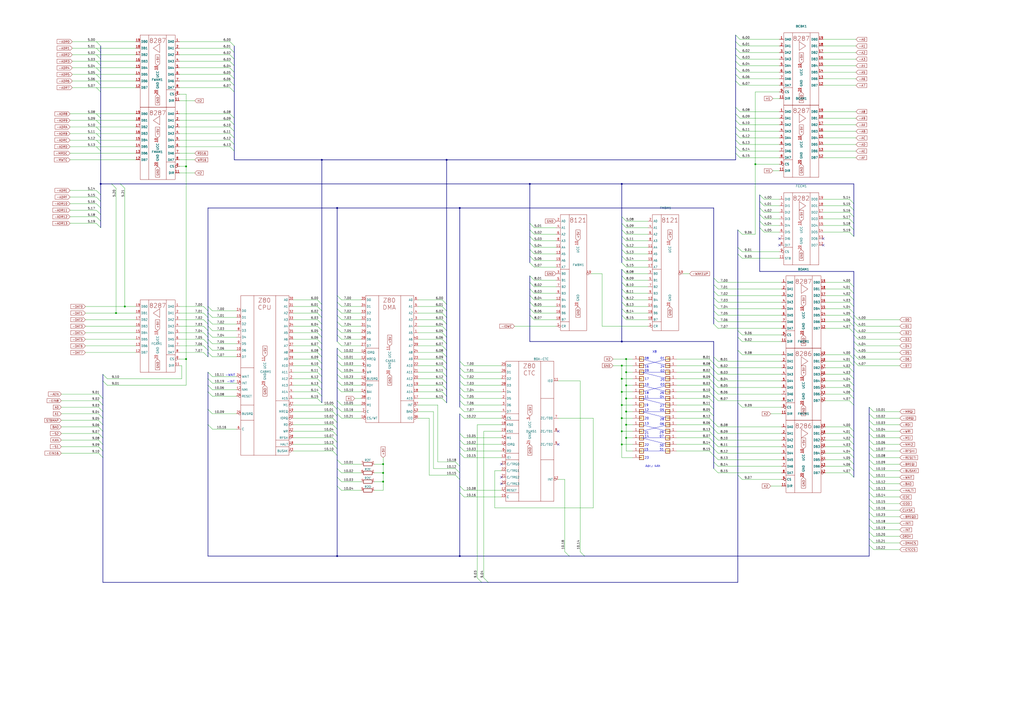
<source format=kicad_sch>
(kicad_sch (version 20231120) (generator "eeschema") (generator_version "8.0")
  (paper "A2")
  (title_block (title "KES K5170.20") (date "2024-12-11") (rev "1") (company "Original von VEB Robotron-Elektronik Dresden, Stand 11/1987") (comment 1 "Engescannt von Holm Tiffe, https://www.tiffe.de/robotron/MMS16/Schaltplaene/KES/") (comment 2 "Übertragen nach KiCad von Stefan Berndt, 12/2024"))
  (junction (at 360.68 227.33))
  (junction (at 360.68 250.19))
  (junction (at 186.69 92.71))
  (junction (at 360.68 198.12))
  (junction (at 363.22 215.9))
  (junction (at 107.95 208.28))
  (junction (at 195.58 322.58))
  (junction (at 360.68 257.81))
  (junction (at 438.15 95.25))
  (junction (at 307.34 106.68))
  (junction (at 363.22 246.38))
  (junction (at 360.68 106.68))
  (junction (at 107.95 96.52))
  (junction (at 259.08 92.71))
  (junction (at 360.68 242.57))
  (junction (at 72.39 177.8))
  (junction (at 363.22 223.52))
  (junction (at 360.68 212.09))
  (junction (at 67.31 181.61))
  (junction (at 222.25 274.32))
  (junction (at 360.68 234.95))
  (junction (at 266.7 322.58))
  (junction (at 222.25 279.4))
  (junction (at 58.42 106.68))
  (junction (at 195.58 120.65))
  (junction (at 363.22 254))
  (junction (at 222.25 269.24))
  (junction (at 363.22 231.14))
  (junction (at 360.68 219.71))
  (junction (at 363.22 238.76))
  (junction (at 266.7 120.65))
  (junction (at 363.22 208.28))
  (no_connect (at 323.85 250.19))
  (no_connect (at 477.52 142.24))
  (no_connect (at 290.83 269.24))
  (no_connect (at 452.12 142.24))
  (no_connect (at 323.85 257.81))
  (no_connect (at 452.12 138.43))
  (no_connect (at 290.83 276.86))
  (no_connect (at 290.83 280.67))
  (no_connect (at 477.52 138.43))
  (bus_entry (at 492.76 134.62) (size 2.54 2.54))
  (bus_entry (at 492.76 274.32) (size 2.54 2.54))
  (bus_entry (at 256.54 215.9) (size 2.54 2.54))
  (bus_entry (at 414.02 271.78) (size 2.54 2.54))
  (bus_entry (at 504.19 255.27) (size 2.54 2.54))
  (bus_entry (at 133.35 81.28) (size 2.54 2.54))
  (bus_entry (at 55.88 85.09) (size 2.54 2.54))
  (bus_entry (at 256.54 208.28) (size 2.54 2.54))
  (bus_entry (at 57.15 228.6) (size 2.54 2.54))
  (bus_entry (at 256.54 231.14) (size 2.54 2.54))
  (bus_entry (at 266.7 240.03) (size 2.54 2.54))
  (bus_entry (at 55.88 50.8) (size 2.54 2.54))
  (bus_entry (at 440.69 113.03) (size 2.54 2.54))
  (bus_entry (at 360.68 156.21) (size 2.54 2.54))
  (bus_entry (at 184.15 177.8) (size 2.54 2.54))
  (bus_entry (at 55.88 69.85) (size 2.54 2.54))
  (bus_entry (at 195.58 209.55) (size 2.54 2.54))
  (bus_entry (at 55.88 31.75) (size 2.54 2.54))
  (bus_entry (at 426.72 81.28) (size 2.54 2.54))
  (bus_entry (at 414.02 161.29) (size 2.54 2.54))
  (bus_entry (at 184.15 193.04) (size 2.54 2.54))
  (bus_entry (at 426.72 27.94) (size 2.54 2.54))
  (bus_entry (at 55.88 35.56) (size 2.54 2.54))
  (bus_entry (at 133.35 24.13) (size 2.54 2.54))
  (bus_entry (at 193.04 238.76) (size 2.54 2.54))
  (bus_entry (at 256.54 200.66) (size 2.54 2.54))
  (bus_entry (at 492.76 213.36) (size 2.54 2.54))
  (bus_entry (at 195.58 198.12) (size 2.54 2.54))
  (bus_entry (at 264.16 275.59) (size 2.54 2.54))
  (bus_entry (at 504.19 236.22) (size 2.54 2.54))
  (bus_entry (at 193.04 257.81) (size 2.54 2.54))
  (bus_entry (at 411.48 234.95) (size 2.54 2.54))
  (bus_entry (at 118.11 185.42) (size 2.54 2.54))
  (bus_entry (at 495.3 182.88) (size 2.54 2.54))
  (bus_entry (at 266.7 281.94) (size 2.54 2.54))
  (bus_entry (at 307.34 140.97) (size 2.54 2.54))
  (bus_entry (at 307.34 179.07) (size 2.54 2.54))
  (bus_entry (at 426.72 46.99) (size 2.54 2.54))
  (bus_entry (at 133.35 85.09) (size 2.54 2.54))
  (bus_entry (at 492.76 217.17) (size 2.54 2.54))
  (bus_entry (at 427.99 143.51) (size 2.54 2.54))
  (bus_entry (at 427.99 147.32) (size 2.54 2.54))
  (bus_entry (at 360.68 133.35) (size 2.54 2.54))
  (bus_entry (at 193.04 234.95) (size 2.54 2.54))
  (bus_entry (at 414.02 252.73) (size 2.54 2.54))
  (bus_entry (at 411.48 242.57) (size 2.54 2.54))
  (bus_entry (at 427.99 203.2) (size 2.54 2.54))
  (bus_entry (at 440.69 132.08) (size 2.54 2.54))
  (bus_entry (at 492.76 262.89) (size 2.54 2.54))
  (bus_entry (at 414.02 180.34) (size 2.54 2.54))
  (bus_entry (at 195.58 217.17) (size 2.54 2.54))
  (bus_entry (at 427.99 233.68) (size 2.54 2.54))
  (bus_entry (at 120.65 189.23) (size 2.54 2.54))
  (bus_entry (at 256.54 204.47) (size 2.54 2.54))
  (bus_entry (at 266.7 228.6) (size 2.54 2.54))
  (bus_entry (at 411.48 250.19) (size 2.54 2.54))
  (bus_entry (at 414.02 165.1) (size 2.54 2.54))
  (bus_entry (at 64.77 106.68) (size 2.54 2.54))
  (bus_entry (at 264.16 267.97) (size 2.54 2.54))
  (bus_entry (at 492.76 119.38) (size 2.54 2.54))
  (bus_entry (at 195.58 205.74) (size 2.54 2.54))
  (bus_entry (at 492.76 270.51) (size 2.54 2.54))
  (bus_entry (at 492.76 182.88) (size 2.54 2.54))
  (bus_entry (at 133.35 66.04) (size 2.54 2.54))
  (bus_entry (at 360.68 144.78) (size 2.54 2.54))
  (bus_entry (at 492.76 255.27) (size 2.54 2.54))
  (bus_entry (at 414.02 168.91) (size 2.54 2.54))
  (bus_entry (at 256.54 181.61) (size 2.54 2.54))
  (bus_entry (at 55.88 81.28) (size 2.54 2.54))
  (bus_entry (at 184.15 204.47) (size 2.54 2.54))
  (bus_entry (at 495.3 194.31) (size 2.54 2.54))
  (bus_entry (at 504.19 308.61) (size 2.54 2.54))
  (bus_entry (at 57.15 240.03) (size 2.54 2.54))
  (bus_entry (at 120.65 219.71) (size 2.54 2.54))
  (bus_entry (at 120.65 204.47) (size 2.54 2.54))
  (bus_entry (at 426.72 35.56) (size 2.54 2.54))
  (bus_entry (at 55.88 46.99) (size 2.54 2.54))
  (bus_entry (at 193.04 242.57) (size 2.54 2.54))
  (bus_entry (at 55.88 27.94) (size 2.54 2.54))
  (bus_entry (at 492.76 209.55) (size 2.54 2.54))
  (bus_entry (at 120.65 177.8) (size 2.54 2.54))
  (bus_entry (at 256.54 177.8) (size 2.54 2.54))
  (bus_entry (at 492.76 167.64) (size 2.54 2.54))
  (bus_entry (at 193.04 246.38) (size 2.54 2.54))
  (bus_entry (at 492.76 163.83) (size 2.54 2.54))
  (bus_entry (at 492.76 123.19) (size 2.54 2.54))
  (bus_entry (at 118.11 196.85) (size 2.54 2.54))
  (bus_entry (at 414.02 245.11) (size 2.54 2.54))
  (bus_entry (at 504.19 278.13) (size 2.54 2.54))
  (bus_entry (at 411.48 208.28) (size 2.54 2.54))
  (bus_entry (at 492.76 171.45) (size 2.54 2.54))
  (bus_entry (at 55.88 24.13) (size 2.54 2.54))
  (bus_entry (at 426.72 66.04) (size 2.54 2.54))
  (bus_entry (at 195.58 213.36) (size 2.54 2.54))
  (bus_entry (at 57.15 243.84) (size 2.54 2.54))
  (bus_entry (at 120.65 196.85) (size 2.54 2.54))
  (bus_entry (at 256.54 173.99) (size 2.54 2.54))
  (bus_entry (at 195.58 236.22) (size 2.54 2.54))
  (bus_entry (at 426.72 88.9) (size 2.54 2.54))
  (bus_entry (at 307.34 171.45) (size 2.54 2.54))
  (bus_entry (at 266.7 224.79) (size 2.54 2.54))
  (bus_entry (at 504.19 243.84) (size 2.54 2.54))
  (bus_entry (at 133.35 43.18) (size 2.54 2.54))
  (bus_entry (at 184.15 208.28) (size 2.54 2.54))
  (bus_entry (at 411.48 231.14) (size 2.54 2.54))
  (bus_entry (at 266.7 213.36) (size 2.54 2.54))
  (bus_entry (at 118.11 200.66) (size 2.54 2.54))
  (bus_entry (at 360.68 167.64) (size 2.54 2.54))
  (bus_entry (at 492.76 266.7) (size 2.54 2.54))
  (bus_entry (at 256.54 193.04) (size 2.54 2.54))
  (bus_entry (at 57.15 236.22) (size 2.54 2.54))
  (bus_entry (at 55.88 110.49) (size 2.54 2.54))
  (bus_entry (at 118.11 193.04) (size 2.54 2.54))
  (bus_entry (at 195.58 224.79) (size 2.54 2.54))
  (bus_entry (at 495.3 198.12) (size 2.54 2.54))
  (bus_entry (at 55.88 66.04) (size 2.54 2.54))
  (bus_entry (at 184.15 231.14) (size 2.54 2.54))
  (bus_entry (at 414.02 214.63) (size 2.54 2.54))
  (bus_entry (at 266.7 251.46) (size 2.54 2.54))
  (bus_entry (at 492.76 228.6) (size 2.54 2.54))
  (bus_entry (at 504.19 266.7) (size 2.54 2.54))
  (bus_entry (at 184.15 196.85) (size 2.54 2.54))
  (bus_entry (at 492.76 232.41) (size 2.54 2.54))
  (bus_entry (at 360.68 171.45) (size 2.54 2.54))
  (bus_entry (at 414.02 184.15) (size 2.54 2.54))
  (bus_entry (at 195.58 240.03) (size 2.54 2.54))
  (bus_entry (at 193.04 250.19) (size 2.54 2.54))
  (bus_entry (at 426.72 31.75) (size 2.54 2.54))
  (bus_entry (at 184.15 200.66) (size 2.54 2.54))
  (bus_entry (at 411.48 227.33) (size 2.54 2.54))
  (bus_entry (at 184.15 185.42) (size 2.54 2.54))
  (bus_entry (at 195.58 276.86) (size 2.54 2.54))
  (bus_entry (at 414.02 229.87) (size 2.54 2.54))
  (bus_entry (at 120.65 200.66) (size 2.54 2.54))
  (bus_entry (at 195.58 201.93) (size 2.54 2.54))
  (bus_entry (at 195.58 194.31) (size 2.54 2.54))
  (bus_entry (at 195.58 182.88) (size 2.54 2.54))
  (bus_entry (at 55.88 129.54) (size 2.54 2.54))
  (bus_entry (at 120.65 215.9) (size 2.54 2.54))
  (bus_entry (at 118.11 189.23) (size 2.54 2.54))
  (bus_entry (at 411.48 254) (size 2.54 2.54))
  (bus_entry (at 195.58 179.07) (size 2.54 2.54))
  (bus_entry (at 426.72 69.85) (size 2.54 2.54))
  (bus_entry (at 195.58 220.98) (size 2.54 2.54))
  (bus_entry (at 120.65 227.33) (size 2.54 2.54))
  (bus_entry (at 184.15 189.23) (size 2.54 2.54))
  (bus_entry (at 414.02 210.82) (size 2.54 2.54))
  (bus_entry (at 411.48 257.81) (size 2.54 2.54))
  (bus_entry (at 492.76 127) (size 2.54 2.54))
  (bus_entry (at 266.7 285.75) (size 2.54 2.54))
  (bus_entry (at 426.72 43.18) (size 2.54 2.54))
  (bus_entry (at 195.58 190.5) (size 2.54 2.54))
  (bus_entry (at 426.72 20.32) (size 2.54 2.54))
  (bus_entry (at 360.68 148.59) (size 2.54 2.54))
  (bus_entry (at 184.15 215.9) (size 2.54 2.54))
  (bus_entry (at 414.02 172.72) (size 2.54 2.54))
  (bus_entry (at 492.76 224.79) (size 2.54 2.54))
  (bus_entry (at 184.15 227.33) (size 2.54 2.54))
  (bus_entry (at 414.02 187.96) (size 2.54 2.54))
  (bus_entry (at 184.15 173.99) (size 2.54 2.54))
  (bus_entry (at 504.19 300.99) (size 2.54 2.54))
  (bus_entry (at 307.34 175.26) (size 2.54 2.54))
  (bus_entry (at 184.15 212.09) (size 2.54 2.54))
  (bus_entry (at 55.88 73.66) (size 2.54 2.54))
  (bus_entry (at 504.19 312.42) (size 2.54 2.54))
  (bus_entry (at 492.76 130.81) (size 2.54 2.54))
  (bus_entry (at 55.88 114.3) (size 2.54 2.54))
  (bus_entry (at 59.69 217.17) (size 2.54 2.54))
  (bus_entry (at 55.88 43.18) (size 2.54 2.54))
  (bus_entry (at 492.76 220.98) (size 2.54 2.54))
  (bus_entry (at 414.02 207.01) (size 2.54 2.54))
  (bus_entry (at 495.3 190.5) (size 2.54 2.54))
  (bus_entry (at 57.15 259.08) (size 2.54 2.54))
  (bus_entry (at 307.34 133.35) (size 2.54 2.54))
  (bus_entry (at 504.19 293.37) (size 2.54 2.54))
  (bus_entry (at 411.48 261.62) (size 2.54 2.54))
  (bus_entry (at 57.15 255.27) (size 2.54 2.54))
  (bus_entry (at 504.19 259.08) (size 2.54 2.54))
  (bus_entry (at 195.58 171.45) (size 2.54 2.54))
  (bus_entry (at 184.15 219.71) (size 2.54 2.54))
  (bus_entry (at 440.69 120.65) (size 2.54 2.54))
  (bus_entry (at 426.72 24.13) (size 2.54 2.54))
  (bus_entry (at 184.15 223.52) (size 2.54 2.54))
  (bus_entry (at 504.19 270.51) (size 2.54 2.54))
  (bus_entry (at 411.48 246.38) (size 2.54 2.54))
  (bus_entry (at 492.76 175.26) (size 2.54 2.54))
  (bus_entry (at 360.68 163.83) (size 2.54 2.54))
  (bus_entry (at 120.65 237.49) (size 2.54 2.54))
  (bus_entry (at 266.7 220.98) (size 2.54 2.54))
  (bus_entry (at 492.76 190.5) (size 2.54 2.54))
  (bus_entry (at 133.35 50.8) (size 2.54 2.54))
  (bus_entry (at 118.11 204.47) (size 2.54 2.54))
  (bus_entry (at 57.15 262.89) (size 2.54 2.54))
  (bus_entry (at 492.76 186.69) (size 2.54 2.54))
  (bus_entry (at 504.19 240.03) (size 2.54 2.54))
  (bus_entry (at 440.69 116.84) (size 2.54 2.54))
  (bus_entry (at 440.69 124.46) (size 2.54 2.54))
  (bus_entry (at 414.02 226.06) (size 2.54 2.54))
  (bus_entry (at 495.3 205.74) (size 2.54 2.54))
  (bus_entry (at 195.58 232.41) (size 2.54 2.54))
  (bus_entry (at 360.68 140.97) (size 2.54 2.54))
  (bus_entry (at 414.02 248.92) (size 2.54 2.54))
  (bus_entry (at 426.72 77.47) (size 2.54 2.54))
  (bus_entry (at 411.48 238.76) (size 2.54 2.54))
  (bus_entry (at 256.54 212.09) (size 2.54 2.54))
  (bus_entry (at 360.68 182.88) (size 2.54 2.54))
  (bus_entry (at 307.34 137.16) (size 2.54 2.54))
  (bus_entry (at 266.7 262.89) (size 2.54 2.54))
  (bus_entry (at 57.15 232.41) (size 2.54 2.54))
  (bus_entry (at 411.48 219.71) (size 2.54 2.54))
  (bus_entry (at 193.04 261.62) (size 2.54 2.54))
  (bus_entry (at 307.34 144.78) (size 2.54 2.54))
  (bus_entry (at 504.19 247.65) (size 2.54 2.54))
  (bus_entry (at 427.99 275.59) (size 2.54 2.54))
  (bus_entry (at 266.7 232.41) (size 2.54 2.54))
  (bus_entry (at 120.65 246.38) (size 2.54 2.54))
  (bus_entry (at 360.68 137.16) (size 2.54 2.54))
  (bus_entry (at 414.02 256.54) (size 2.54 2.54))
  (bus_entry (at 360.68 160.02) (size 2.54 2.54))
  (bus_entry (at 427.99 133.35) (size 2.54 2.54))
  (bus_entry (at 307.34 167.64) (size 2.54 2.54))
  (bus_entry (at 59.69 220.98) (size 2.54 2.54))
  (bus_entry (at 307.34 129.54) (size 2.54 2.54))
  (bus_entry (at 57.15 247.65) (size 2.54 2.54))
  (bus_entry (at 266.7 217.17) (size 2.54 2.54))
  (bus_entry (at 118.11 177.8) (size 2.54 2.54))
  (bus_entry (at 360.68 129.54) (size 2.54 2.54))
  (bus_entry (at 195.58 271.78) (size 2.54 2.54))
  (bus_entry (at 414.02 222.25) (size 2.54 2.54))
  (bus_entry (at 307.34 148.59) (size 2.54 2.54))
  (bus_entry (at 414.02 260.35) (size 2.54 2.54))
  (bus_entry (at 504.19 289.56) (size 2.54 2.54))
  (bus_entry (at 184.15 181.61) (size 2.54 2.54))
  (bus_entry (at 411.48 215.9) (size 2.54 2.54))
  (bus_entry (at 426.72 73.66) (size 2.54 2.54))
  (bus_entry (at 307.34 182.88) (size 2.54 2.54))
  (bus_entry (at 256.54 196.85) (size 2.54 2.54))
  (bus_entry (at 195.58 266.7) (size 2.54 2.54))
  (bus_entry (at 414.02 176.53) (size 2.54 2.54))
  (bus_entry (at 55.88 121.92) (size 2.54 2.54))
  (bus_entry (at 133.35 27.94) (size 2.54 2.54))
  (bus_entry (at 426.72 39.37) (size 2.54 2.54))
  (bus_entry (at 133.35 46.99) (size 2.54 2.54))
  (bus_entry (at 256.54 227.33) (size 2.54 2.54))
  (bus_entry (at 504.19 251.46) (size 2.54 2.54))
  (bus_entry (at 276.86 335.28) (size 2.54 2.54))
  (bus_entry (at 504.19 274.32) (size 2.54 2.54))
  (bus_entry (at 307.34 160.02) (size 2.54 2.54))
  (bus_entry (at 495.3 209.55) (size 2.54 2.54))
  (bus_entry (at 492.76 179.07) (size 2.54 2.54))
  (bus_entry (at 414.02 218.44) (size 2.54 2.54))
  (bus_entry (at 427.99 191.77) (size 2.54 2.54))
  (bus_entry (at 195.58 281.94) (size 2.54 2.54))
  (bus_entry (at 133.35 39.37) (size 2.54 2.54))
  (bus_entry (at 256.54 219.71) (size 2.54 2.54))
  (bus_entry (at 118.11 181.61) (size 2.54 2.54))
  (bus_entry (at 266.7 209.55) (size 2.54 2.54))
  (bus_entry (at 133.35 69.85) (size 2.54 2.54))
  (bus_entry (at 55.88 39.37) (size 2.54 2.54))
  (bus_entry (at 133.35 35.56) (size 2.54 2.54))
  (bus_entry (at 195.58 186.69) (size 2.54 2.54))
  (bus_entry (at 256.54 223.52) (size 2.54 2.54))
  (bus_entry (at 307.34 152.4) (size 2.54 2.54))
  (bus_entry (at 492.76 115.57) (size 2.54 2.54))
  (bus_entry (at 504.19 316.23) (size 2.54 2.54))
  (bus_entry (at 133.35 77.47) (size 2.54 2.54))
  (bus_entry (at 492.76 251.46) (size 2.54 2.54))
  (bus_entry (at 504.19 304.8) (size 2.54 2.54))
  (bus_entry (at 504.19 281.94) (size 2.54 2.54))
  (bus_entry (at 504.19 262.89) (size 2.54 2.54))
  (bus_entry (at 427.99 195.58) (size 2.54 2.54))
  (bus_entry (at 426.72 62.23) (size 2.54 2.54))
  (bus_entry (at 414.02 264.16) (size 2.54 2.54))
  (bus_entry (at 327.66 320.04) (size 2.54 2.54))
  (bus_entry (at 440.69 128.27) (size 2.54 2.54))
  (bus_entry (at 195.58 175.26) (size 2.54 2.54))
  (bus_entry (at 307.34 163.83) (size 2.54 2.54))
  (bus_entry (at 266.7 236.22) (size 2.54 2.54))
  (bus_entry (at 411.48 223.52) (size 2.54 2.54))
  (bus_entry (at 55.88 118.11) (size 2.54 2.54))
  (bus_entry (at 360.68 152.4) (size 2.54 2.54))
  (bus_entry (at 256.54 185.42) (size 2.54 2.54))
  (bus_entry (at 193.04 254) (size 2.54 2.54))
  (bus_entry (at 69.85 106.68) (size 2.54 2.54))
  (bus_entry (at 426.72 85.09) (size 2.54 2.54))
  (bus_entry (at 280.67 335.28) (size 2.54 2.54))
  (bus_entry (at 133.35 73.66) (size 2.54 2.54))
  (bus_entry (at 266.7 255.27) (size 2.54 2.54))
  (bus_entry (at 256.54 189.23) (size 2.54 2.54))
  (bus_entry (at 133.35 31.75) (size 2.54 2.54))
  (bus_entry (at 360.68 179.07) (size 2.54 2.54))
  (bus_entry (at 504.19 285.75) (size 2.54 2.54))
  (bus_entry (at 55.88 125.73) (size 2.54 2.54))
  (bus_entry (at 360.68 175.26) (size 2.54 2.54))
  (bus_entry (at 55.88 77.47) (size 2.54 2.54))
  (bus_entry (at 120.65 223.52) (size 2.54 2.54))
  (bus_entry (at 495.3 186.69) (size 2.54 2.54))
  (bus_entry (at 492.76 259.08) (size 2.54 2.54))
  (bus_entry (at 120.65 181.61) (size 2.54 2.54))
  (bus_entry (at 360.68 125.73) (size 2.54 2.54))
  (bus_entry (at 492.76 205.74) (size 2.54 2.54))
  (bus_entry (at 120.65 193.04) (size 2.54 2.54))
  (bus_entry (at 411.48 212.09) (size 2.54 2.54))
  (bus_entry (at 492.76 247.65) (size 2.54 2.54))
  (bus_entry (at 120.65 185.42) (size 2.54 2.54))
  (bus_entry (at 57.15 251.46) (size 2.54 2.54))
  (bus_entry (at 414.02 267.97) (size 2.54 2.54))
  (bus_entry (at 266.7 259.08) (size 2.54 2.54))
  (bus_entry (at 336.55 320.04) (size 2.54 2.54))
  (bus_entry (at 495.3 201.93) (size 2.54 2.54))
  (bus_entry (at 504.19 297.18) (size 2.54 2.54))
  (bus_entry (at 264.16 271.78) (size 2.54 2.54))
  (wire (pts (xy 477.52 41.91) (xy 496.57 41.91)))
  (wire (pts (xy 416.56 262.89) (xy 453.39 262.89)))
  (wire (pts (xy 104.14 204.47) (xy 118.11 204.47)))
  (wire (pts (xy 170.18 227.33) (xy 184.15 227.33)))
  (wire (pts (xy 242.57 189.23) (xy 256.54 189.23)))
  (bus (pts (xy 195.58 179.07) (xy 195.58 182.88)))
  (bus (pts (xy 495.3 189.23) (xy 495.3 190.5)))
  (bus (pts (xy 495.3 170.18) (xy 495.3 166.37)))
  (wire (pts (xy 309.88 139.7) (xy 322.58 139.7)))
  (wire (pts (xy 170.18 261.62) (xy 193.04 261.62)))
  (wire (pts (xy 242.57 185.42) (xy 256.54 185.42)))
  (wire (pts (xy 392.43 208.28) (xy 411.48 208.28)))
  (wire (pts (xy 363.22 181.61) (xy 375.92 181.61)))
  (wire (pts (xy 123.19 222.25) (xy 137.16 222.25)))
  (bus (pts (xy 195.58 281.94) (xy 195.58 322.58)))
  (bus (pts (xy 259.08 226.06) (xy 259.08 229.87)))
  (wire (pts (xy 170.18 189.23) (xy 184.15 189.23)))
  (bus (pts (xy 266.7 322.58) (xy 330.2 322.58)))
  (wire (pts (xy 276.86 246.38) (xy 276.86 335.28)))
  (wire (pts (xy 363.22 128.27) (xy 375.92 128.27)))
  (bus (pts (xy 427.99 147.32) (xy 427.99 191.77)))
  (wire (pts (xy 242.57 212.09) (xy 256.54 212.09)))
  (wire (pts (xy 170.18 196.85) (xy 184.15 196.85)))
  (wire (pts (xy 392.43 261.62) (xy 411.48 261.62)))
  (wire (pts (xy 269.24 261.62) (xy 290.83 261.62)))
  (wire (pts (xy 392.43 219.71) (xy 411.48 219.71)))
  (bus (pts (xy 195.58 120.65) (xy 266.7 120.65)))
  (wire (pts (xy 104.14 66.04) (xy 133.35 66.04)))
  (wire (pts (xy 430.53 198.12) (xy 453.39 198.12)))
  (bus (pts (xy 330.2 322.58) (xy 339.09 322.58)))
  (wire (pts (xy 107.95 96.52) (xy 107.95 208.28)))
  (polyline (pts (xy 372.11 250.19) (xy 387.35 246.38)))
  (wire (pts (xy 478.79 224.79) (xy 492.76 224.79)))
  (wire (pts (xy 478.79 186.69) (xy 492.76 186.69)))
  (bus (pts (xy 120.65 180.34) (xy 120.65 177.8)))
  (bus (pts (xy 135.89 83.82) (xy 135.89 87.63)))
  (bus (pts (xy 58.42 72.39) (xy 58.42 76.2)))
  (bus (pts (xy 135.89 26.67) (xy 135.89 30.48)))
  (wire (pts (xy 55.88 66.04) (xy 78.74 66.04)))
  (wire (pts (xy 242.57 173.99) (xy 256.54 173.99)))
  (wire (pts (xy 363.22 223.52) (xy 363.22 215.9)))
  (bus (pts (xy 495.3 198.12) (xy 495.3 201.93)))
  (bus (pts (xy 195.58 276.86) (xy 195.58 281.94)))
  (wire (pts (xy 392.43 215.9) (xy 411.48 215.9)))
  (bus (pts (xy 504.19 278.13) (xy 504.19 281.94)))
  (wire (pts (xy 497.84 185.42) (xy 521.97 185.42)))
  (bus (pts (xy 135.89 41.91) (xy 135.89 45.72)))
  (bus (pts (xy 414.02 218.44) (xy 414.02 222.25)))
  (bus (pts (xy 414.02 176.53) (xy 414.02 180.34)))
  (bus (pts (xy 195.58 224.79) (xy 195.58 232.41)))
  (bus (pts (xy 504.19 255.27) (xy 504.19 259.08)))
  (wire (pts (xy 392.43 257.81) (xy 411.48 257.81)))
  (bus (pts (xy 58.42 53.34) (xy 58.42 68.58)))
  (wire (pts (xy 40.64 85.09) (xy 55.88 85.09)))
  (bus (pts (xy 58.42 38.1) (xy 58.42 41.91)))
  (wire (pts (xy 360.68 257.81) (xy 367.03 257.81)))
  (bus (pts (xy 120.65 120.65) (xy 195.58 120.65)))
  (bus (pts (xy 120.65 246.38) (xy 120.65 322.58)))
  (bus (pts (xy 58.42 87.63) (xy 58.42 106.68)))
  (bus (pts (xy 279.4 337.82) (xy 59.69 337.82)))
  (bus (pts (xy 266.7 255.27) (xy 266.7 259.08)))
  (bus (pts (xy 186.69 191.77) (xy 186.69 195.58)))
  (wire (pts (xy 104.14 27.94) (xy 133.35 27.94)))
  (wire (pts (xy 360.68 265.43) (xy 360.68 257.81)))
  (bus (pts (xy 495.3 125.73) (xy 495.3 129.54)))
  (bus (pts (xy 495.3 201.93) (xy 495.3 205.74)))
  (bus (pts (xy 426.72 81.28) (xy 426.72 85.09)))
  (bus (pts (xy 414.02 229.87) (xy 414.02 233.68)))
  (wire (pts (xy 367.03 231.14) (xy 363.22 231.14)))
  (wire (pts (xy 416.56 251.46) (xy 453.39 251.46)))
  (bus (pts (xy 120.65 227.33) (xy 120.65 237.49)))
  (wire (pts (xy 363.22 132.08) (xy 375.92 132.08)))
  (wire (pts (xy 217.17 274.32) (xy 222.25 274.32)))
  (bus (pts (xy 495.3 118.11) (xy 495.3 121.92)))
  (wire (pts (xy 104.14 50.8) (xy 133.35 50.8)))
  (bus (pts (xy 426.72 66.04) (xy 426.72 69.85)))
  (bus (pts (xy 120.65 185.42) (xy 120.65 184.15)))
  (bus (pts (xy 414.02 245.11) (xy 414.02 248.92)))
  (bus (pts (xy 414.02 256.54) (xy 414.02 260.35)))
  (bus (pts (xy 426.72 39.37) (xy 426.72 43.18)))
  (wire (pts (xy 429.26 64.77) (xy 452.12 64.77)))
  (wire (pts (xy 40.64 118.11) (xy 55.88 118.11)))
  (wire (pts (xy 290.83 250.19) (xy 280.67 250.19)))
  (bus (pts (xy 307.34 175.26) (xy 307.34 179.07)))
  (wire (pts (xy 430.53 278.13) (xy 453.39 278.13)))
  (wire (pts (xy 506.73 303.53) (xy 521.97 303.53)))
  (wire (pts (xy 363.22 166.37) (xy 375.92 166.37)))
  (bus (pts (xy 360.68 129.54) (xy 360.68 133.35)))
  (bus (pts (xy 427.99 191.77) (xy 427.99 195.58)))
  (bus (pts (xy 495.3 173.99) (xy 495.3 177.8)))
  (bus (pts (xy 414.02 264.16) (xy 414.02 267.97)))
  (wire (pts (xy 170.18 173.99) (xy 184.15 173.99)))
  (wire (pts (xy 269.24 212.09) (xy 290.83 212.09)))
  (bus (pts (xy 495.3 133.35) (xy 495.3 137.16)))
  (bus (pts (xy 186.69 184.15) (xy 186.69 187.96)))
  (wire (pts (xy 416.56 270.51) (xy 453.39 270.51)))
  (wire (pts (xy 280.67 250.19) (xy 280.67 335.28)))
  (bus (pts (xy 195.58 241.3) (xy 195.58 245.11)))
  (wire (pts (xy 170.18 212.09) (xy 184.15 212.09)))
  (bus (pts (xy 414.02 180.34) (xy 414.02 184.15)))
  (wire (pts (xy 438.15 135.89) (xy 438.15 95.25)))
  (wire (pts (xy 429.26 76.2) (xy 452.12 76.2)))
  (bus (pts (xy 59.69 238.76) (xy 59.69 242.57)))
  (wire (pts (xy 104.14 39.37) (xy 133.35 39.37)))
  (wire (pts (xy 327.66 320.04) (xy 327.66 278.13)))
  (wire (pts (xy 477.52 127) (xy 492.76 127)))
  (wire (pts (xy 416.56 182.88) (xy 453.39 182.88)))
  (wire (pts (xy 478.79 205.74) (xy 492.76 205.74)))
  (wire (pts (xy 40.64 81.28) (xy 55.88 81.28)))
  (wire (pts (xy 104.14 92.71) (xy 113.03 92.71)))
  (wire (pts (xy 342.9 158.75) (xy 349.25 158.75)))
  (wire (pts (xy 198.12 269.24) (xy 209.55 269.24)))
  (polyline (pts (xy 372.11 223.52) (xy 387.35 227.33)))
  (bus (pts (xy 414.02 210.82) (xy 414.02 214.63)))
  (wire (pts (xy 478.79 163.83) (xy 492.76 163.83)))
  (wire (pts (xy 104.14 77.47) (xy 133.35 77.47)))
  (wire (pts (xy 49.53 189.23) (xy 78.74 189.23)))
  (bus (pts (xy 427.99 143.51) (xy 427.99 147.32)))
  (wire (pts (xy 104.14 185.42) (xy 118.11 185.42)))
  (wire (pts (xy 429.26 34.29) (xy 452.12 34.29)))
  (wire (pts (xy 198.12 238.76) (xy 209.55 238.76)))
  (wire (pts (xy 309.88 143.51) (xy 322.58 143.51)))
  (wire (pts (xy 49.53 204.47) (xy 78.74 204.47)))
  (wire (pts (xy 49.53 185.42) (xy 78.74 185.42)))
  (bus (pts (xy 266.7 228.6) (xy 266.7 232.41)))
  (wire (pts (xy 506.73 288.29) (xy 521.97 288.29)))
  (wire (pts (xy 367.03 212.09) (xy 360.68 212.09)))
  (wire (pts (xy 269.24 254) (xy 290.83 254)))
  (bus (pts (xy 495.3 190.5) (xy 495.3 193.04)))
  (wire (pts (xy 392.43 254) (xy 411.48 254)))
  (wire (pts (xy 251.46 238.76) (xy 251.46 271.78)))
  (bus (pts (xy 266.7 120.65) (xy 266.7 209.55)))
  (bus (pts (xy 266.7 209.55) (xy 266.7 213.36)))
  (wire (pts (xy 41.91 31.75) (xy 55.88 31.75)))
  (wire (pts (xy 104.14 54.61) (xy 107.95 54.61)))
  (bus (pts (xy 120.65 189.23) (xy 120.65 187.96)))
  (wire (pts (xy 198.12 242.57) (xy 209.55 242.57)))
  (wire (pts (xy 198.12 204.47) (xy 209.55 204.47)))
  (wire (pts (xy 104.14 58.42) (xy 113.03 58.42)))
  (bus (pts (xy 504.19 236.22) (xy 504.19 240.03)))
  (wire (pts (xy 416.56 186.69) (xy 453.39 186.69)))
  (bus (pts (xy 64.77 106.68) (xy 69.85 106.68)))
  (wire (pts (xy 506.73 265.43) (xy 521.97 265.43)))
  (bus (pts (xy 59.69 217.17) (xy 59.69 220.98)))
  (wire (pts (xy 269.24 238.76) (xy 290.83 238.76)))
  (wire (pts (xy 443.23 123.19) (xy 452.12 123.19)))
  (wire (pts (xy 477.52 119.38) (xy 492.76 119.38)))
  (wire (pts (xy 269.24 227.33) (xy 290.83 227.33)))
  (bus (pts (xy 259.08 207.01) (xy 259.08 210.82)))
  (bus (pts (xy 120.65 204.47) (xy 120.65 203.2)))
  (wire (pts (xy 170.18 204.47) (xy 184.15 204.47)))
  (wire (pts (xy 55.88 73.66) (xy 78.74 73.66)))
  (wire (pts (xy 478.79 213.36) (xy 492.76 213.36)))
  (bus (pts (xy 135.89 53.34) (xy 135.89 68.58)))
  (wire (pts (xy 55.88 24.13) (xy 78.74 24.13)))
  (bus (pts (xy 307.34 179.07) (xy 307.34 182.88)))
  (wire (pts (xy 198.12 196.85) (xy 209.55 196.85)))
  (wire (pts (xy 477.52 22.86) (xy 496.57 22.86)))
  (wire (pts (xy 478.79 220.98) (xy 492.76 220.98)))
  (bus (pts (xy 59.69 234.95) (xy 59.69 238.76)))
  (wire (pts (xy 198.12 279.4) (xy 209.55 279.4)))
  (wire (pts (xy 443.23 127) (xy 452.12 127)))
  (wire (pts (xy 363.22 147.32) (xy 375.92 147.32)))
  (polyline (pts (xy 372.11 215.9) (xy 387.35 215.9)))
  (wire (pts (xy 416.56 247.65) (xy 453.39 247.65)))
  (wire (pts (xy 416.56 167.64) (xy 453.39 167.64)))
  (wire (pts (xy 62.23 223.52) (xy 107.95 223.52)))
  (wire (pts (xy 344.17 242.57) (xy 323.85 242.57)))
  (wire (pts (xy 360.68 227.33) (xy 360.68 234.95)))
  (bus (pts (xy 495.3 265.43) (xy 495.3 269.24)))
  (wire (pts (xy 41.91 39.37) (xy 55.88 39.37)))
  (bus (pts (xy 307.34 140.97) (xy 307.34 144.78)))
  (wire (pts (xy 429.26 30.48) (xy 452.12 30.48)))
  (wire (pts (xy 363.22 151.13) (xy 375.92 151.13)))
  (bus (pts (xy 440.69 132.08) (xy 440.69 157.48)))
  (bus (pts (xy 195.58 220.98) (xy 195.58 224.79)))
  (wire (pts (xy 416.56 190.5) (xy 453.39 190.5)))
  (wire (pts (xy 242.57 177.8) (xy 256.54 177.8)))
  (bus (pts (xy 195.58 264.16) (xy 195.58 266.7)))
  (polyline (pts (xy 387.35 219.71) (xy 372.11 215.9)))
  (wire (pts (xy 242.57 208.28) (xy 256.54 208.28)))
  (wire (pts (xy 416.56 175.26) (xy 453.39 175.26)))
  (wire (pts (xy 198.12 208.28) (xy 209.55 208.28)))
  (bus (pts (xy 120.65 195.58) (xy 120.65 193.04)))
  (wire (pts (xy 416.56 171.45) (xy 453.39 171.45)))
  (wire (pts (xy 478.79 247.65) (xy 492.76 247.65)))
  (wire (pts (xy 170.18 181.61) (xy 184.15 181.61)))
  (wire (pts (xy 269.24 265.43) (xy 290.83 265.43)))
  (wire (pts (xy 367.03 223.52) (xy 363.22 223.52)))
  (wire (pts (xy 497.84 204.47) (xy 521.97 204.47)))
  (bus (pts (xy 414.02 207.01) (xy 414.02 210.82)))
  (bus (pts (xy 426.72 27.94) (xy 426.72 31.75)))
  (wire (pts (xy 170.18 242.57) (xy 193.04 242.57)))
  (bus (pts (xy 414.02 226.06) (xy 414.02 229.87)))
  (bus (pts (xy 195.58 213.36) (xy 195.58 217.17)))
  (wire (pts (xy 123.19 184.15) (xy 137.16 184.15)))
  (wire (pts (xy 105.41 219.71) (xy 105.41 212.09)))
  (bus (pts (xy 58.42 83.82) (xy 58.42 87.63)))
  (bus (pts (xy 58.42 116.84) (xy 58.42 120.65)))
  (wire (pts (xy 367.03 242.57) (xy 360.68 242.57)))
  (bus (pts (xy 495.3 208.28) (xy 495.3 209.55)))
  (bus (pts (xy 120.65 237.49) (xy 120.65 246.38)))
  (bus (pts (xy 495.3 194.31) (xy 495.3 198.12)))
  (wire (pts (xy 497.84 212.09) (xy 521.97 212.09)))
  (wire (pts (xy 251.46 271.78) (xy 264.16 271.78)))
  (wire (pts (xy 400.05 158.75) (xy 396.24 158.75)))
  (wire (pts (xy 506.73 254) (xy 521.97 254)))
  (wire (pts (xy 438.15 53.34) (xy 438.15 95.25)))
  (bus (pts (xy 504.19 247.65) (xy 504.19 251.46)))
  (bus (pts (xy 495.3 219.71) (xy 495.3 223.52)))
  (wire (pts (xy 443.23 134.62) (xy 452.12 134.62)))
  (wire (pts (xy 35.56 262.89) (xy 57.15 262.89)))
  (wire (pts (xy 447.04 240.03) (xy 453.39 240.03)))
  (bus (pts (xy 195.58 260.35) (xy 195.58 264.16)))
  (wire (pts (xy 392.43 234.95) (xy 411.48 234.95)))
  (bus (pts (xy 266.7 274.32) (xy 266.7 278.13)))
  (bus (pts (xy 504.19 316.23) (xy 504.19 322.58)))
  (wire (pts (xy 123.19 240.03) (xy 137.16 240.03)))
  (wire (pts (xy 242.57 204.47) (xy 256.54 204.47)))
  (wire (pts (xy 40.64 73.66) (xy 55.88 73.66)))
  (wire (pts (xy 40.64 121.92) (xy 55.88 121.92)))
  (polyline (pts (xy 372.11 212.09) (xy 387.35 208.28)))
  (wire (pts (xy 429.26 38.1) (xy 452.12 38.1)))
  (wire (pts (xy 123.19 180.34) (xy 137.16 180.34)))
  (wire (pts (xy 363.22 231.14) (xy 363.22 223.52)))
  (wire (pts (xy 49.53 177.8) (xy 72.39 177.8)))
  (wire (pts (xy 49.53 193.04) (xy 78.74 193.04)))
  (bus (pts (xy 414.02 184.15) (xy 414.02 187.96)))
  (bus (pts (xy 58.42 49.53) (xy 58.42 53.34)))
  (wire (pts (xy 478.79 259.08) (xy 492.76 259.08)))
  (bus (pts (xy 120.65 223.52) (xy 120.65 227.33)))
  (wire (pts (xy 448.31 57.15) (xy 452.12 57.15)))
  (bus (pts (xy 504.19 274.32) (xy 504.19 278.13)))
  (wire (pts (xy 242.57 238.76) (xy 251.46 238.76)))
  (bus (pts (xy 259.08 187.96) (xy 259.08 191.77)))
  (bus (pts (xy 427.99 275.59) (xy 427.99 337.82)))
  (wire (pts (xy 452.12 53.34) (xy 438.15 53.34)))
  (bus (pts (xy 414.02 252.73) (xy 414.02 256.54)))
  (wire (pts (xy 477.52 68.58) (xy 496.57 68.58)))
  (wire (pts (xy 198.12 200.66) (xy 209.55 200.66)))
  (wire (pts (xy 170.18 257.81) (xy 193.04 257.81)))
  (wire (pts (xy 104.14 31.75) (xy 133.35 31.75)))
  (bus (pts (xy 504.19 293.37) (xy 504.19 297.18)))
  (wire (pts (xy 392.43 246.38) (xy 411.48 246.38)))
  (wire (pts (xy 55.88 31.75) (xy 78.74 31.75)))
  (wire (pts (xy 430.53 236.22) (xy 453.39 236.22)))
  (bus (pts (xy 440.69 113.03) (xy 440.69 116.84)))
  (wire (pts (xy 104.14 200.66) (xy 118.11 200.66)))
  (wire (pts (xy 506.73 295.91) (xy 521.97 295.91)))
  (bus (pts (xy 120.65 196.85) (xy 120.65 195.58)))
  (bus (pts (xy 307.34 144.78) (xy 307.34 148.59)))
  (wire (pts (xy 416.56 274.32) (xy 453.39 274.32)))
  (wire (pts (xy 198.12 219.71) (xy 209.55 219.71)))
  (wire (pts (xy 269.24 231.14) (xy 290.83 231.14)))
  (wire (pts (xy 309.88 181.61) (xy 322.58 181.61)))
  (wire (pts (xy 392.43 212.09) (xy 411.48 212.09)))
  (wire (pts (xy 62.23 219.71) (xy 105.41 219.71)))
  (wire (pts (xy 477.52 26.67) (xy 496.57 26.67)))
  (bus (pts (xy 307.34 182.88) (xy 307.34 198.12)))
  (wire (pts (xy 506.73 261.62) (xy 521.97 261.62)))
  (wire (pts (xy 477.52 72.39) (xy 496.57 72.39)))
  (wire (pts (xy 55.88 85.09) (xy 78.74 85.09)))
  (bus (pts (xy 58.42 34.29) (xy 58.42 38.1)))
  (wire (pts (xy 429.26 41.91) (xy 452.12 41.91)))
  (wire (pts (xy 506.73 284.48) (xy 521.97 284.48)))
  (bus (pts (xy 58.42 68.58) (xy 58.42 72.39)))
  (wire (pts (xy 170.18 193.04) (xy 184.15 193.04)))
  (bus (pts (xy 504.19 300.99) (xy 504.19 304.8)))
  (wire (pts (xy 478.79 251.46) (xy 492.76 251.46)))
  (wire (pts (xy 170.18 200.66) (xy 184.15 200.66)))
  (wire (pts (xy 198.12 185.42) (xy 209.55 185.42)))
  (bus (pts (xy 504.19 266.7) (xy 504.19 270.51)))
  (bus (pts (xy 360.68 160.02) (xy 360.68 163.83)))
  (bus (pts (xy 195.58 237.49) (xy 195.58 240.03)))
  (wire (pts (xy 429.26 49.53) (xy 452.12 49.53)))
  (wire (pts (xy 416.56 228.6) (xy 453.39 228.6)))
  (bus (pts (xy 504.19 240.03) (xy 504.19 243.84)))
  (bus (pts (xy 495.3 129.54) (xy 495.3 133.35)))
  (bus (pts (xy 135.89 87.63) (xy 135.89 92.71)))
  (wire (pts (xy 104.14 96.52) (xy 107.95 96.52)))
  (bus (pts (xy 414.02 233.68) (xy 414.02 237.49)))
  (wire (pts (xy 355.6 212.09) (xy 360.68 212.09)))
  (bus (pts (xy 495.3 254) (xy 495.3 257.81)))
  (wire (pts (xy 198.12 284.48) (xy 209.55 284.48)))
  (wire (pts (xy 269.24 234.95) (xy 290.83 234.95)))
  (bus (pts (xy 259.08 199.39) (xy 259.08 203.2)))
  (bus (pts (xy 360.68 144.78) (xy 360.68 148.59)))
  (wire (pts (xy 363.22 177.8) (xy 375.92 177.8)))
  (wire (pts (xy 35.56 255.27) (xy 57.15 255.27)))
  (bus (pts (xy 120.65 177.8) (xy 120.65 120.65)))
  (wire (pts (xy 217.17 284.48) (xy 222.25 284.48)))
  (bus (pts (xy 58.42 76.2) (xy 58.42 80.01)))
  (bus (pts (xy 195.58 256.54) (xy 195.58 260.35)))
  (bus (pts (xy 307.34 106.68) (xy 360.68 106.68)))
  (bus (pts (xy 266.7 213.36) (xy 266.7 217.17)))
  (wire (pts (xy 123.19 187.96) (xy 137.16 187.96)))
  (bus (pts (xy 495.3 181.61) (xy 495.3 182.88)))
  (wire (pts (xy 506.73 242.57) (xy 521.97 242.57)))
  (bus (pts (xy 135.89 72.39) (xy 135.89 76.2)))
  (bus (pts (xy 195.58 175.26) (xy 195.58 179.07)))
  (wire (pts (xy 170.18 238.76) (xy 193.04 238.76)))
  (wire (pts (xy 429.26 80.01) (xy 452.12 80.01)))
  (bus (pts (xy 186.69 92.71) (xy 186.69 176.53)))
  (wire (pts (xy 248.92 275.59) (xy 248.92 242.57)))
  (wire (pts (xy 309.88 185.42) (xy 322.58 185.42)))
  (wire (pts (xy 254 267.97) (xy 254 234.95)))
  (wire (pts (xy 198.12 223.52) (xy 209.55 223.52)))
  (wire (pts (xy 198.12 215.9) (xy 209.55 215.9)))
  (wire (pts (xy 72.39 177.8) (xy 78.74 177.8)))
  (wire (pts (xy 506.73 250.19) (xy 521.97 250.19)))
  (bus (pts (xy 58.42 80.01) (xy 58.42 83.82)))
  (bus (pts (xy 495.3 106.68) (xy 495.3 118.11)))
  (wire (pts (xy 478.79 266.7) (xy 492.76 266.7)))
  (bus (pts (xy 259.08 184.15) (xy 259.08 187.96)))
  (bus (pts (xy 259.08 229.87) (xy 259.08 233.68)))
  (bus (pts (xy 266.7 285.75) (xy 266.7 322.58)))
  (bus (pts (xy 495.3 205.74) (xy 495.3 208.28)))
  (wire (pts (xy 41.91 35.56) (xy 55.88 35.56)))
  (wire (pts (xy 55.88 35.56) (xy 78.74 35.56)))
  (wire (pts (xy 506.73 246.38) (xy 521.97 246.38)))
  (bus (pts (xy 195.58 240.03) (xy 195.58 241.3)))
  (bus (pts (xy 120.65 181.61) (xy 120.65 180.34)))
  (wire (pts (xy 170.18 246.38) (xy 193.04 246.38)))
  (bus (pts (xy 414.02 222.25) (xy 414.02 226.06)))
  (wire (pts (xy 363.22 185.42) (xy 375.92 185.42)))
  (wire (pts (xy 104.14 69.85) (xy 133.35 69.85)))
  (bus (pts (xy 360.68 125.73) (xy 360.68 129.54)))
  (bus (pts (xy 414.02 120.65) (xy 414.02 161.29)))
  (wire (pts (xy 363.22 173.99) (xy 375.92 173.99)))
  (wire (pts (xy 170.18 177.8) (xy 184.15 177.8)))
  (wire (pts (xy 170.18 185.42) (xy 184.15 185.42)))
  (wire (pts (xy 107.95 54.61) (xy 107.95 96.52)))
  (wire (pts (xy 477.52 30.48) (xy 496.57 30.48)))
  (wire (pts (xy 367.03 250.19) (xy 360.68 250.19)))
  (wire (pts (xy 506.73 314.96) (xy 521.97 314.96)))
  (wire (pts (xy 40.64 77.47) (xy 55.88 77.47)))
  (bus (pts (xy 440.69 120.65) (xy 440.69 124.46)))
  (wire (pts (xy 72.39 109.22) (xy 72.39 177.8)))
  (wire (pts (xy 67.31 109.22) (xy 67.31 181.61)))
  (wire (pts (xy 360.68 234.95) (xy 360.68 242.57)))
  (wire (pts (xy 198.12 177.8) (xy 209.55 177.8)))
  (bus (pts (xy 414.02 260.35) (xy 414.02 264.16)))
  (wire (pts (xy 447.04 281.94) (xy 453.39 281.94)))
  (bus (pts (xy 427.99 133.35) (xy 427.99 143.51)))
  (wire (pts (xy 477.52 115.57) (xy 492.76 115.57)))
  (bus (pts (xy 266.7 220.98) (xy 266.7 224.79)))
  (wire (pts (xy 430.53 135.89) (xy 438.15 135.89)))
  (bus (pts (xy 186.69 92.71) (xy 259.08 92.71)))
  (wire (pts (xy 477.52 45.72) (xy 496.57 45.72)))
  (bus (pts (xy 195.58 232.41) (xy 195.58 236.22)))
  (bus (pts (xy 495.3 223.52) (xy 495.3 227.33)))
  (bus (pts (xy 360.68 156.21) (xy 360.68 160.02)))
  (wire (pts (xy 309.88 173.99) (xy 322.58 173.99)))
  (polyline (pts (xy 372.11 246.38) (xy 387.35 250.19)))
  (wire (pts (xy 198.12 193.04) (xy 209.55 193.04)))
  (bus (pts (xy 495.3 185.42) (xy 495.3 186.69)))
  (wire (pts (xy 363.22 170.18) (xy 375.92 170.18)))
  (wire (pts (xy 242.57 223.52) (xy 256.54 223.52)))
  (bus (pts (xy 195.58 190.5) (xy 195.58 194.31)))
  (bus (pts (xy 195.58 245.11) (xy 195.58 248.92)))
  (wire (pts (xy 248.92 242.57) (xy 242.57 242.57)))
  (wire (pts (xy 416.56 209.55) (xy 453.39 209.55)))
  (bus (pts (xy 195.58 248.92) (xy 195.58 252.73)))
  (bus (pts (xy 58.42 120.65) (xy 58.42 124.46)))
  (bus (pts (xy 135.89 68.58) (xy 135.89 72.39)))
  (wire (pts (xy 198.12 189.23) (xy 209.55 189.23)))
  (bus (pts (xy 59.69 250.19) (xy 59.69 254)))
  (wire (pts (xy 477.52 130.81) (xy 492.76 130.81)))
  (bus (pts (xy 259.08 180.34) (xy 259.08 184.15)))
  (bus (pts (xy 495.3 186.69) (xy 495.3 189.23)))
  (bus (pts (xy 59.69 265.43) (xy 59.69 337.82)))
  (bus (pts (xy 495.3 261.62) (xy 495.3 265.43)))
  (bus (pts (xy 495.3 121.92) (xy 495.3 125.73)))
  (polyline (pts (xy 372.11 254) (xy 387.35 254)))
  (bus (pts (xy 495.3 273.05) (xy 495.3 276.86)))
  (bus (pts (xy 360.68 171.45) (xy 360.68 175.26)))
  (wire (pts (xy 360.68 219.71) (xy 360.68 227.33)))
  (bus (pts (xy 307.34 133.35) (xy 307.34 137.16)))
  (wire (pts (xy 349.25 158.75) (xy 349.25 189.23)))
  (wire (pts (xy 104.14 181.61) (xy 118.11 181.61)))
  (wire (pts (xy 105.41 212.09) (xy 104.14 212.09)))
  (wire (pts (xy 40.64 92.71) (xy 78.74 92.71)))
  (wire (pts (xy 506.73 311.15) (xy 521.97 311.15)))
  (wire (pts (xy 430.53 149.86) (xy 452.12 149.86)))
  (bus (pts (xy 186.69 214.63) (xy 186.69 218.44)))
  (wire (pts (xy 477.52 87.63) (xy 496.57 87.63)))
  (bus (pts (xy 186.69 226.06) (xy 186.69 229.87)))
  (bus (pts (xy 135.89 80.01) (xy 135.89 83.82)))
  (bus (pts (xy 259.08 210.82) (xy 259.08 214.63)))
  (wire (pts (xy 198.12 173.99) (xy 209.55 173.99)))
  (bus (pts (xy 414.02 172.72) (xy 414.02 176.53)))
  (bus (pts (xy 259.08 176.53) (xy 259.08 180.34)))
  (bus (pts (xy 495.3 234.95) (xy 495.3 250.19)))
  (bus (pts (xy 59.69 231.14) (xy 59.69 234.95)))
  (wire (pts (xy 222.25 279.4) (xy 222.25 274.32)))
  (bus (pts (xy 266.7 270.51) (xy 266.7 274.32)))
  (wire (pts (xy 497.84 208.28) (xy 521.97 208.28)))
  (wire (pts (xy 170.18 234.95) (xy 193.04 234.95)))
  (wire (pts (xy 367.03 238.76) (xy 363.22 238.76)))
  (wire (pts (xy 367.03 246.38) (xy 363.22 246.38)))
  (bus (pts (xy 504.19 297.18) (xy 504.19 300.99)))
  (bus (pts (xy 360.68 163.83) (xy 360.68 167.64)))
  (bus (pts (xy 427.99 195.58) (xy 427.99 203.2)))
  (wire (pts (xy 367.03 254) (xy 363.22 254)))
  (bus (pts (xy 360.68 179.07) (xy 360.68 182.88)))
  (bus (pts (xy 135.89 34.29) (xy 135.89 38.1)))
  (bus (pts (xy 360.68 133.35) (xy 360.68 137.16)))
  (bus (pts (xy 266.7 232.41) (xy 266.7 236.22)))
  (wire (pts (xy 41.91 43.18) (xy 55.88 43.18)))
  (bus (pts (xy 120.65 200.66) (xy 120.65 199.39)))
  (bus (pts (xy 195.58 271.78) (xy 195.58 276.86)))
  (bus (pts (xy 414.02 267.97) (xy 414.02 271.78)))
  (wire (pts (xy 478.79 274.32) (xy 492.76 274.32)))
  (wire (pts (xy 506.73 257.81) (xy 521.97 257.81)))
  (wire (pts (xy 430.53 194.31) (xy 453.39 194.31)))
  (wire (pts (xy 269.24 223.52) (xy 290.83 223.52)))
  (bus (pts (xy 426.72 46.99) (xy 426.72 62.23)))
  (wire (pts (xy 477.52 80.01) (xy 496.57 80.01)))
  (bus (pts (xy 307.34 171.45) (xy 307.34 175.26)))
  (wire (pts (xy 477.52 38.1) (xy 496.57 38.1)))
  (polyline (pts (xy 372.11 227.33) (xy 387.35 223.52)))
  (wire (pts (xy 49.53 181.61) (xy 67.31 181.61)))
  (wire (pts (xy 429.26 45.72) (xy 452.12 45.72)))
  (bus (pts (xy 120.65 184.15) (xy 120.65 181.61)))
  (bus (pts (xy 59.69 242.57) (xy 59.69 246.38)))
  (bus (pts (xy 307.34 106.68) (xy 307.34 129.54)))
  (bus (pts (xy 426.72 85.09) (xy 426.72 88.9)))
  (bus (pts (xy 186.69 207.01) (xy 186.69 210.82)))
  (wire (pts (xy 327.66 278.13) (xy 323.85 278.13)))
  (wire (pts (xy 478.79 228.6) (xy 492.76 228.6)))
  (bus (pts (xy 360.68 167.64) (xy 360.68 171.45)))
  (wire (pts (xy 416.56 179.07) (xy 453.39 179.07)))
  (wire (pts (xy 35.56 236.22) (xy 57.15 236.22)))
  (bus (pts (xy 266.7 262.89) (xy 266.7 270.51)))
  (wire (pts (xy 363.22 246.38) (xy 363.22 238.76)))
  (wire (pts (xy 429.26 87.63) (xy 452.12 87.63)))
  (wire (pts (xy 497.84 189.23) (xy 521.97 189.23)))
  (wire (pts (xy 123.19 195.58) (xy 137.16 195.58)))
  (bus (pts (xy 495.3 215.9) (xy 495.3 219.71)))
  (wire (pts (xy 254 234.95) (xy 242.57 234.95)))
  (bus (pts (xy 195.58 209.55) (xy 195.58 213.36)))
  (bus (pts (xy 426.72 20.32) (xy 426.72 24.13)))
  (wire (pts (xy 170.18 208.28) (xy 184.15 208.28)))
  (wire (pts (xy 242.57 227.33) (xy 256.54 227.33)))
  (wire (pts (xy 198.12 234.95) (xy 209.55 234.95)))
  (bus (pts (xy 135.89 38.1) (xy 135.89 41.91)))
  (wire (pts (xy 242.57 181.61) (xy 256.54 181.61)))
  (bus (pts (xy 495.3 257.81) (xy 495.3 261.62)))
  (bus (pts (xy 120.65 207.01) (xy 120.65 204.47)))
  (wire (pts (xy 41.91 27.94) (xy 55.88 27.94)))
  (polyline (pts (xy 372.11 238.76) (xy 387.35 242.57)))
  (bus (pts (xy 307.34 137.16) (xy 307.34 140.97)))
  (bus (pts (xy 195.58 217.17) (xy 195.58 220.98)))
  (wire (pts (xy 40.64 114.3) (xy 55.88 114.3)))
  (wire (pts (xy 309.88 151.13) (xy 322.58 151.13)))
  (polyline (pts (xy 372.11 261.62) (xy 387.35 261.62)))
  (polyline (pts (xy 387.35 238.76) (xy 372.11 238.76)))
  (bus (pts (xy 195.58 252.73) (xy 195.58 256.54)))
  (bus (pts (xy 58.42 41.91) (xy 58.42 45.72)))
  (wire (pts (xy 443.23 115.57) (xy 452.12 115.57)))
  (wire (pts (xy 416.56 217.17) (xy 453.39 217.17)))
  (wire (pts (xy 477.52 83.82) (xy 496.57 83.82)))
  (bus (pts (xy 135.89 49.53) (xy 135.89 53.34)))
  (wire (pts (xy 41.91 24.13) (xy 55.88 24.13)))
  (wire (pts (xy 478.79 182.88) (xy 492.76 182.88)))
  (wire (pts (xy 104.14 189.23) (xy 118.11 189.23)))
  (wire (pts (xy 367.03 227.33) (xy 360.68 227.33)))
  (wire (pts (xy 35.56 247.65) (xy 57.15 247.65)))
  (bus (pts (xy 414.02 161.29) (xy 414.02 165.1)))
  (wire (pts (xy 40.64 125.73) (xy 55.88 125.73)))
  (bus (pts (xy 360.68 106.68) (xy 495.3 106.68)))
  (wire (pts (xy 55.88 50.8) (xy 78.74 50.8)))
  (wire (pts (xy 123.19 207.01) (xy 137.16 207.01)))
  (bus (pts (xy 414.02 248.92) (xy 414.02 252.73)))
  (wire (pts (xy 264.16 267.97) (xy 254 267.97)))
  (wire (pts (xy 222.25 274.32) (xy 222.25 269.24)))
  (wire (pts (xy 416.56 163.83) (xy 453.39 163.83)))
  (wire (pts (xy 506.73 318.77) (xy 521.97 318.77)))
  (wire (pts (xy 104.14 73.66) (xy 133.35 73.66)))
  (bus (pts (xy 195.58 194.31) (xy 195.58 198.12)))
  (bus (pts (xy 59.69 254) (xy 59.69 257.81)))
  (wire (pts (xy 416.56 255.27) (xy 453.39 255.27)))
  (wire (pts (xy 443.23 119.38) (xy 452.12 119.38)))
  (wire (pts (xy 170.18 223.52) (xy 184.15 223.52)))
  (wire (pts (xy 41.91 46.99) (xy 55.88 46.99)))
  (wire (pts (xy 478.79 171.45) (xy 492.76 171.45)))
  (bus (pts (xy 266.7 240.03) (xy 266.7 251.46)))
  (wire (pts (xy 198.12 181.61) (xy 209.55 181.61)))
  (bus (pts (xy 266.7 251.46) (xy 266.7 255.27)))
  (wire (pts (xy 55.88 81.28) (xy 78.74 81.28)))
  (wire (pts (xy 478.79 217.17) (xy 492.76 217.17)))
  (bus (pts (xy 186.69 222.25) (xy 186.69 226.06)))
  (wire (pts (xy 242.57 231.14) (xy 256.54 231.14)))
  (wire (pts (xy 269.24 284.48) (xy 290.83 284.48)))
  (bus (pts (xy 495.3 269.24) (xy 495.3 273.05)))
  (wire (pts (xy 392.43 227.33) (xy 411.48 227.33)))
  (wire (pts (xy 344.17 294.64) (xy 344.17 242.57)))
  (bus (pts (xy 440.69 116.84) (xy 440.69 120.65)))
  (wire (pts (xy 170.18 254) (xy 193.04 254)))
  (wire (pts (xy 367.03 261.62) (xy 363.22 261.62)))
  (wire (pts (xy 104.14 196.85) (xy 118.11 196.85)))
  (wire (pts (xy 222.25 284.48) (xy 222.25 279.4)))
  (wire (pts (xy 242.57 215.9) (xy 256.54 215.9)))
  (bus (pts (xy 186.69 176.53) (xy 186.69 180.34)))
  (wire (pts (xy 349.25 189.23) (xy 375.92 189.23)))
  (wire (pts (xy 497.84 196.85) (xy 521.97 196.85)))
  (wire (pts (xy 242.57 196.85) (xy 256.54 196.85)))
  (bus (pts (xy 307.34 148.59) (xy 307.34 152.4)))
  (wire (pts (xy 40.64 88.9) (xy 78.74 88.9)))
  (bus (pts (xy 195.58 322.58) (xy 266.7 322.58)))
  (wire (pts (xy 506.73 273.05) (xy 521.97 273.05)))
  (wire (pts (xy 416.56 224.79) (xy 453.39 224.79)))
  (wire (pts (xy 506.73 280.67) (xy 521.97 280.67)))
  (wire (pts (xy 367.03 219.71) (xy 360.68 219.71)))
  (wire (pts (xy 49.53 200.66) (xy 78.74 200.66)))
  (bus (pts (xy 259.08 203.2) (xy 259.08 207.01)))
  (bus (pts (xy 495.3 250.19) (xy 495.3 254)))
  (wire (pts (xy 429.26 22.86) (xy 452.12 22.86)))
  (wire (pts (xy 264.16 275.59) (xy 248.92 275.59)))
  (bus (pts (xy 58.42 30.48) (xy 58.42 34.29)))
  (bus (pts (xy 504.19 289.56) (xy 504.19 293.37)))
  (wire (pts (xy 392.43 238.76) (xy 411.48 238.76)))
  (bus (pts (xy 195.58 201.93) (xy 195.58 205.74)))
  (wire (pts (xy 429.26 83.82) (xy 452.12 83.82)))
  (wire (pts (xy 477.52 49.53) (xy 496.57 49.53)))
  (wire (pts (xy 123.19 226.06) (xy 137.16 226.06)))
  (wire (pts (xy 35.56 228.6) (xy 57.15 228.6)))
  (wire (pts (xy 55.88 46.99) (xy 78.74 46.99)))
  (wire (pts (xy 170.18 219.71) (xy 184.15 219.71)))
  (bus (pts (xy 307.34 160.02) (xy 307.34 163.83)))
  (wire (pts (xy 107.95 223.52) (xy 107.95 208.28)))
  (wire (pts (xy 290.83 273.05) (xy 287.02 273.05)))
  (wire (pts (xy 497.84 200.66) (xy 521.97 200.66)))
  (bus (pts (xy 495.3 231.14) (xy 495.3 234.95)))
  (bus (pts (xy 266.7 120.65) (xy 414.02 120.65)))
  (wire (pts (xy 198.12 212.09) (xy 209.55 212.09)))
  (wire (pts (xy 40.64 129.54) (xy 55.88 129.54)))
  (bus (pts (xy 195.58 266.7) (xy 195.58 271.78)))
  (wire (pts (xy 123.19 199.39) (xy 137.16 199.39)))
  (wire (pts (xy 55.88 77.47) (xy 78.74 77.47)))
  (wire (pts (xy 506.73 307.34) (xy 521.97 307.34)))
  (wire (pts (xy 477.52 134.62) (xy 492.76 134.62)))
  (wire (pts (xy 309.88 170.18) (xy 322.58 170.18)))
  (bus (pts (xy 186.69 229.87) (xy 186.69 233.68)))
  (wire (pts (xy 355.6 208.28) (xy 363.22 208.28)))
  (bus (pts (xy 135.89 76.2) (xy 135.89 80.01)))
  (bus (pts (xy 186.69 203.2) (xy 186.69 207.01)))
  (bus (pts (xy 414.02 165.1) (xy 414.02 168.91)))
  (wire (pts (xy 477.52 34.29) (xy 496.57 34.29)))
  (wire (pts (xy 477.52 76.2) (xy 496.57 76.2)))
  (wire (pts (xy 363.22 154.94) (xy 375.92 154.94)))
  (wire (pts (xy 392.43 223.52) (xy 411.48 223.52)))
  (wire (pts (xy 360.68 242.57) (xy 360.68 250.19)))
  (wire (pts (xy 336.55 220.98) (xy 323.85 220.98)))
  (bus (pts (xy 495.3 182.88) (xy 495.3 185.42)))
  (bus (pts (xy 495.3 170.18) (xy 495.3 173.99)))
  (wire (pts (xy 363.22 143.51) (xy 375.92 143.51)))
  (wire (pts (xy 55.88 43.18) (xy 78.74 43.18)))
  (bus (pts (xy 414.02 214.63) (xy 414.02 218.44)))
  (wire (pts (xy 35.56 243.84) (xy 57.15 243.84)))
  (bus (pts (xy 427.99 337.82) (xy 283.21 337.82)))
  (wire (pts (xy 430.53 146.05) (xy 452.12 146.05)))
  (bus (pts (xy 58.42 26.67) (xy 58.42 30.48)))
  (wire (pts (xy 104.14 88.9) (xy 113.03 88.9)))
  (bus (pts (xy 195.58 236.22) (xy 195.58 237.49)))
  (bus (pts (xy 59.69 220.98) (xy 59.69 231.14)))
  (wire (pts (xy 363.22 215.9) (xy 363.22 208.28)))
  (bus (pts (xy 426.72 73.66) (xy 426.72 77.47)))
  (bus (pts (xy 360.68 106.68) (xy 360.68 125.73)))
  (wire (pts (xy 477.52 64.77) (xy 496.57 64.77)))
  (bus (pts (xy 58.42 106.68) (xy 58.42 113.03)))
  (bus (pts (xy 440.69 157.48) (xy 495.3 157.48)))
  (wire (pts (xy 170.18 231.14) (xy 184.15 231.14)))
  (wire (pts (xy 222.25 269.24) (xy 217.17 269.24)))
  (bus (pts (xy 266.7 217.17) (xy 266.7 220.98)))
  (bus (pts (xy 426.72 77.47) (xy 426.72 81.28)))
  (bus (pts (xy 120.65 187.96) (xy 120.65 185.42)))
  (wire (pts (xy 107.95 208.28) (xy 104.14 208.28)))
  (wire (pts (xy 55.88 69.85) (xy 78.74 69.85)))
  (wire (pts (xy 123.19 191.77) (xy 137.16 191.77)))
  (wire (pts (xy 478.79 232.41) (xy 492.76 232.41)))
  (wire (pts (xy 392.43 242.57) (xy 411.48 242.57)))
  (bus (pts (xy 426.72 35.56) (xy 426.72 39.37)))
  (wire (pts (xy 506.73 238.76) (xy 521.97 238.76)))
  (bus (pts (xy 120.65 215.9) (xy 120.65 219.71)))
  (wire (pts (xy 443.23 130.81) (xy 452.12 130.81)))
  (wire (pts (xy 506.73 269.24) (xy 521.97 269.24)))
  (wire (pts (xy 104.14 193.04) (xy 118.11 193.04)))
  (bus (pts (xy 58.42 45.72) (xy 58.42 49.53)))
  (wire (pts (xy 478.79 190.5) (xy 492.76 190.5)))
  (bus (pts (xy 259.08 92.71) (xy 426.72 92.71)))
  (wire (pts (xy 360.68 250.19) (xy 360.68 257.81)))
  (bus (pts (xy 504.19 308.61) (xy 504.19 312.42)))
  (wire (pts (xy 67.31 181.61) (xy 78.74 181.61)))
  (bus (pts (xy 504.19 304.8) (xy 504.19 308.61)))
  (bus (pts (xy 186.69 187.96) (xy 186.69 191.77)))
  (wire (pts (xy 40.64 110.49) (xy 55.88 110.49)))
  (bus (pts (xy 259.08 218.44) (xy 259.08 222.25)))
  (wire (pts (xy 477.52 91.44) (xy 496.57 91.44)))
  (bus (pts (xy 504.19 281.94) (xy 504.19 285.75)))
  (bus (pts (xy 426.72 69.85) (xy 426.72 73.66)))
  (bus (pts (xy 426.72 88.9) (xy 426.72 92.71)))
  (bus (pts (xy 426.72 31.75) (xy 426.72 35.56)))
  (wire (pts (xy 242.57 219.71) (xy 256.54 219.71)))
  (bus (pts (xy 120.65 191.77) (xy 120.65 189.23)))
  (bus (pts (xy 414.02 237.49) (xy 414.02 241.3)))
  (wire (pts (xy 242.57 193.04) (xy 256.54 193.04)))
  (wire (pts (xy 170.18 215.9) (xy 184.15 215.9)))
  (bus (pts (xy 495.3 157.48) (xy 495.3 166.37)))
  (wire (pts (xy 104.14 177.8) (xy 118.11 177.8)))
  (wire (pts (xy 269.24 242.57) (xy 290.83 242.57)))
  (wire (pts (xy 429.26 26.67) (xy 452.12 26.67)))
  (wire (pts (xy 478.79 175.26) (xy 492.76 175.26)))
  (bus (pts (xy 195.58 182.88) (xy 195.58 186.69)))
  (wire (pts (xy 198.12 274.32) (xy 209.55 274.32)))
  (polyline (pts (xy 387.35 257.81) (xy 372.11 254)))
  (bus (pts (xy 360.68 198.12) (xy 414.02 198.12)))
  (bus (pts (xy 427.99 203.2) (xy 427.99 233.68)))
  (bus (pts (xy 58.42 128.27) (xy 58.42 132.08)))
  (wire (pts (xy 222.25 265.43) (xy 222.25 269.24)))
  (bus (pts (xy 135.89 30.48) (xy 135.89 34.29)))
  (wire (pts (xy 35.56 251.46) (xy 57.15 251.46)))
  (wire (pts (xy 41.91 50.8) (xy 55.88 50.8)))
  (wire (pts (xy 269.24 288.29) (xy 290.83 288.29)))
  (bus (pts (xy 58.42 106.68) (xy 64.77 106.68)))
  (wire (pts (xy 367.03 234.95) (xy 360.68 234.95)))
  (wire (pts (xy 416.56 259.08) (xy 453.39 259.08)))
  (wire (pts (xy 104.14 46.99) (xy 133.35 46.99)))
  (bus (pts (xy 120.65 203.2) (xy 120.65 200.66)))
  (wire (pts (xy 104.14 35.56) (xy 133.35 35.56)))
  (wire (pts (xy 205.74 231.14) (xy 209.55 231.14)))
  (wire (pts (xy 416.56 213.36) (xy 453.39 213.36)))
  (bus (pts (xy 135.89 92.71) (xy 186.69 92.71)))
  (wire (pts (xy 429.26 91.44) (xy 452.12 91.44)))
  (wire (pts (xy 35.56 240.03) (xy 57.15 240.03)))
  (bus (pts (xy 307.34 198.12) (xy 360.68 198.12)))
  (bus (pts (xy 195.58 205.74) (xy 195.58 209.55)))
  (bus (pts (xy 266.7 224.79) (xy 266.7 228.6)))
  (bus (pts (xy 59.69 246.38) (xy 59.69 250.19)))
  (bus (pts (xy 69.85 106.68) (xy 307.34 106.68)))
  (wire (pts (xy 35.56 232.41) (xy 57.15 232.41)))
  (bus (pts (xy 135.89 45.72) (xy 135.89 49.53)))
  (wire (pts (xy 40.64 66.04) (xy 55.88 66.04)))
  (wire (pts (xy 477.52 123.19) (xy 492.76 123.19)))
  (wire (pts (xy 506.73 276.86) (xy 521.97 276.86)))
  (wire (pts (xy 104.14 100.33) (xy 113.03 100.33)))
  (bus (pts (xy 58.42 113.03) (xy 58.42 116.84)))
  (bus (pts (xy 259.08 191.77) (xy 259.08 195.58)))
  (wire (pts (xy 55.88 39.37) (xy 78.74 39.37)))
  (bus (pts (xy 504.19 259.08) (xy 504.19 262.89)))
  (bus (pts (xy 495.3 209.55) (xy 495.3 212.09)))
  (wire (pts (xy 429.26 68.58) (xy 452.12 68.58)))
  (bus (pts (xy 495.3 177.8) (xy 495.3 181.61)))
  (bus (pts (xy 426.72 43.18) (xy 426.72 46.99)))
  (bus (pts (xy 414.02 241.3) (xy 414.02 245.11)))
  (wire (pts (xy 123.19 203.2) (xy 137.16 203.2)))
  (bus (pts (xy 504.19 285.75) (xy 504.19 289.56)))
  (wire (pts (xy 392.43 231.14) (xy 411.48 231.14)))
  (bus (pts (xy 266.7 281.94) (xy 266.7 285.75)))
  (wire (pts (xy 40.64 69.85) (xy 55.88 69.85)))
  (bus (pts (xy 120.65 193.04) (xy 120.65 191.77)))
  (wire (pts (xy 478.79 209.55) (xy 492.76 209.55)))
  (wire (pts (xy 123.19 248.92) (xy 137.16 248.92)))
  (bus (pts (xy 120.65 322.58) (xy 195.58 322.58)))
  (bus (pts (xy 259.08 222.25) (xy 259.08 226.06)))
  (bus (pts (xy 307.34 129.54) (xy 307.34 133.35)))
  (wire (pts (xy 429.26 72.39) (xy 452.12 72.39)))
  (bus (pts (xy 59.69 257.81) (xy 59.69 261.62)))
  (wire (pts (xy 309.88 154.94) (xy 322.58 154.94)))
  (wire (pts (xy 309.88 132.08) (xy 322.58 132.08)))
  (bus (pts (xy 120.65 199.39) (xy 120.65 196.85)))
  (polyline (pts (xy 387.35 231.14) (xy 372.11 231.14)))
  (bus (pts (xy 120.65 219.71) (xy 120.65 223.52)))
  (wire (pts (xy 478.79 270.51) (xy 492.76 270.51)))
  (wire (pts (xy 363.22 135.89) (xy 375.92 135.89)))
  (bus (pts (xy 186.69 199.39) (xy 186.69 203.2)))
  (wire (pts (xy 416.56 266.7) (xy 453.39 266.7)))
  (wire (pts (xy 438.15 95.25) (xy 452.12 95.25)))
  (bus (pts (xy 414.02 198.12) (xy 414.02 207.01)))
  (bus (pts (xy 186.69 180.34) (xy 186.69 184.15)))
  (bus (pts (xy 259.08 214.63) (xy 259.08 218.44)))
  (wire (pts (xy 367.03 265.43) (xy 360.68 265.43)))
  (wire (pts (xy 123.19 218.44) (xy 137.16 218.44)))
  (bus (pts (xy 307.34 167.64) (xy 307.34 171.45)))
  (wire (pts (xy 198.12 227.33) (xy 209.55 227.33)))
  (bus (pts (xy 259.08 195.58) (xy 259.08 199.39)))
  (wire (pts (xy 104.14 81.28) (xy 133.35 81.28)))
  (wire (pts (xy 287.02 294.64) (xy 344.17 294.64)))
  (bus (pts (xy 283.21 337.82) (xy 279.4 337.82)))
  (bus (pts (xy 440.69 124.46) (xy 440.69 128.27)))
  (bus (pts (xy 360.68 182.88) (xy 360.68 198.12)))
  (bus (pts (xy 195.58 171.45) (xy 195.58 175.26)))
  (bus (pts (xy 266.7 259.08) (xy 266.7 262.89)))
  (bus (pts (xy 414.02 168.91) (xy 414.02 172.72)))
  (wire (pts (xy 309.88 166.37) (xy 322.58 166.37)))
  (bus (pts (xy 440.69 128.27) (xy 440.69 132.08)))
  (wire (pts (xy 430.53 205.74) (xy 453.39 205.74)))
  (wire (pts (xy 309.88 162.56) (xy 322.58 162.56)))
  (wire (pts (xy 367.03 215.9) (xy 363.22 215.9)))
  (bus (pts (xy 266.7 278.13) (xy 266.7 281.94)))
  (bus (pts (xy 186.69 195.58) (xy 186.69 199.39)))
  (bus (pts (xy 504.19 262.89) (xy 504.19 266.7)))
  (bus (pts (xy 195.58 186.69) (xy 195.58 190.5)))
  (bus (pts (xy 360.68 148.59) (xy 360.68 152.4)))
  (wire (pts (xy 269.24 219.71) (xy 290.83 219.71)))
  (wire (pts (xy 363.22 238.76) (xy 363.22 231.14)))
  (wire (pts (xy 416.56 220.98) (xy 453.39 220.98)))
  (wire (pts (xy 478.79 262.89) (xy 492.76 262.89)))
  (wire (pts (xy 290.83 246.38) (xy 276.86 246.38)))
  (wire (pts (xy 49.53 196.85) (xy 78.74 196.85)))
  (wire (pts (xy 360.68 212.09) (xy 360.68 219.71)))
  (wire (pts (xy 298.45 189.23) (xy 322.58 189.23)))
  (wire (pts (xy 287.02 273.05) (xy 287.02 294.64)))
  (wire (pts (xy 363.22 139.7) (xy 375.92 139.7)))
  (wire (pts (xy 217.17 279.4) (xy 222.25 279.4)))
  (wire (pts (xy 269.24 257.81) (xy 290.83 257.81)))
  (wire (pts (xy 242.57 200.66) (xy 256.54 200.66)))
  (wire (pts (xy 363.22 208.28) (xy 367.03 208.28)))
  (wire (pts (xy 170.18 250.19) (xy 193.04 250.19)))
  (wire (pts (xy 478.79 255.27) (xy 492.76 255.27)))
  (wire (pts (xy 123.19 229.87) (xy 137.16 229.87)))
  (bus (pts (xy 495.3 193.04) (xy 495.3 194.31)))
  (bus (pts (xy 339.09 322.58) (xy 504.19 322.58)))
  (bus (pts (xy 495.3 212.09) (xy 495.3 215.9)))
  (bus (pts (xy 504.19 312.42) (xy 504.19 316.23)))
  (bus (pts (xy 504.19 270.51) (xy 504.19 274.32)))
  (bus (pts (xy 59.69 261.62) (xy 59.69 265.43)))
  (wire (pts (xy 363.22 261.62) (xy 363.22 254)))
  (wire (pts (xy 104.14 24.13) (xy 133.35 24.13)))
  (wire (pts (xy 309.88 177.8) (xy 322.58 177.8)))
  (wire (pts (xy 363.22 158.75) (xy 375.92 158.75)))
  (wire (pts (xy 363.22 254) (xy 363.22 246.38)))
  (wire (pts (xy 497.84 193.04) (xy 521.97 193.04)))
  (wire (pts (xy 35.56 259.08) (xy 57.15 259.08)))
  (bus (pts (xy 427.99 233.68) (xy 427.99 275.59)))
  (bus (pts (xy 504.19 243.84) (xy 504.19 247.65)))
  (polyline (pts (xy 372.11 231.14) (xy 387.35 234.95)))
  (bus (pts (xy 360.68 140.97) (xy 360.68 144.78)))
  (wire (pts (xy 506.73 292.1) (xy 521.97 292.1)))
  (bus (pts (xy 186.69 218.44) (xy 186.69 222.25)))
  (wire (pts (xy 416.56 232.41) (xy 453.39 232.41)))
  (bus (pts (xy 495.3 227.33) (xy 495.3 231.14)))
  (bus (pts (xy 426.72 62.23) (xy 426.72 66.04)))
  (wire (pts (xy 55.88 27.94) (xy 78.74 27.94)))
  (wire (pts (xy 336.55 320.04) (xy 336.55 220.98)))
  (bus (pts (xy 504.19 251.46) (xy 504.19 255.27)))
  (wire (pts (xy 104.14 43.18) (xy 133.35 43.18)))
  (wire (pts (xy 392.43 250.19) (xy 411.48 250.19)))
  (polyline (pts (xy 372.11 208.28) (xy 387.35 212.09)))
  (bus (pts (xy 307.34 163.83) (xy 307.34 167.64)))
  (bus (pts (xy 426.72 24.13) (xy 426.72 27.94)))
  (bus (pts (xy 195.58 120.65) (xy 195.58 171.45)))
  (wire (pts (xy 478.79 179.07) (xy 492.76 179.07)))
  (wire (pts (xy 448.31 99.06) (xy 452.12 99.06)))
  (bus (pts (xy 58.42 124.46) (xy 58.42 128.27)))
  (wire (pts (xy 478.79 167.64) (xy 492.76 167.64)))
  (bus (pts (xy 186.69 210.82) (xy 186.69 214.63)))
  (wire (pts (xy 104.14 85.09) (xy 133.35 85.09)))
  (wire (pts (xy 269.24 215.9) (xy 290.83 215.9)))
  (wire (pts (xy 322.58 147.32) (xy 309.88 147.32)))
  (bus (pts (xy 360.68 175.26) (xy 360.68 179.07)))
  (bus (pts (xy 360.68 137.16) (xy 360.68 140.97)))
  (wire (pts (xy 506.73 299.72) (xy 521.97 299.72)))
  (bus (pts (xy 259.08 92.71) (xy 259.08 176.53)))
  (wire (pts (xy 363.22 162.56) (xy 375.92 162.56)))
  (wire (pts (xy 309.88 135.89) (xy 322.58 135.89)))
  (text "15" (at 374.904 260.858 0) (effects (font (size 1.27 1.27))))
  (text "18" (at 375.158 228.092 0) (effects (font (size 1.27 1.27))))
  (text "06" (at 384.048 246.126 0) (effects (font (size 1.27 1.27))))
  (text "24" (at 384.302 212.852 0) (effects (font (size 1.27 1.27))))
  (text "10" (at 375.158 223.266 0) (effects (font (size 1.27 1.27))))
  (text "19" (at 374.904 235.204 0) (effects (font (size 1.27 1.27))))
  (text "01" (at 384.302 208.026 0) (effects (font (size 1.27 1.27))))
  (text "30" (at 383.794 258.572 0) (effects (font (size 1.27 1.27))))
  (text "05" (at 384.048 237.998 0) (effects (font (size 1.27 1.27))))
  (text "X8" (at 379.73 204.216 0) (effects (font (size 1.27 1.27))))
  (text "25" (at 384.302 220.472 0) (effects (font (size 1.27 1.27))))
  (text "26" (at 384.048 228.092 0) (effects (font (size 1.27 1.27))))
  (text "Adr.: 4Ah" (at 378.714 270.51 0) (effects (font (size 1.27 1.27))))
  (text "-INT" (at 133.858 221.488 0) (effects (font (size 1.27 1.27))))
  (text "28" (at 384.048 243.332 0) (effects (font (size 1.27 1.27))))
  (text "07" (at 383.794 253.238 0) (effects (font (size 1.27 1.27))))
  (text "03" (at 384.302 223.266 0) (effects (font (size 1.27 1.27))))
  (text "12" (at 375.158 237.998 0) (effects (font (size 1.27 1.27))))
  (text "11" (at 375.158 230.378 0) (effects (font (size 1.27 1.27))))
  (text "08" (at 375.158 208.026 0) (effects (font (size 1.27 1.27))))
  (text "31" (at 383.794 260.858 0) (effects (font (size 1.27 1.27))))
  (text "17" (at 375.158 219.964 0) (effects (font (size 1.27 1.27))))
  (text "29" (at 383.794 250.952 0) (effects (font (size 1.27 1.27))))
  (text "20" (at 375.158 242.824 0) (effects (font (size 1.27 1.27))))
  (text "02" (at 384.302 215.392 0) (effects (font (size 1.27 1.27))))
  (text "04" (at 384.048 230.378 0) (effects (font (size 1.27 1.27))))
  (text "16" (at 375.158 212.852 0) (effects (font (size 1.27 1.27))))
  (text "-WAIT" (at 133.604 217.678 0) (effects (font (size 1.27 1.27))))
  (text "27" (at 384.048 235.712 0) (effects (font (size 1.27 1.27))))
  (text "21" (at 375.158 251.206 0) (effects (font (size 1.27 1.27))))
  (text "09" (at 375.158 215.138 0) (effects (font (size 1.27 1.27))))
  (text "23" (at 375.158 265.684 0) (effects (font (size 1.27 1.27))))
  (text "14" (at 375.158 253.238 0) (effects (font (size 1.27 1.27))))
  (text "22" (at 375.158 258.318 0) (effects (font (size 1.27 1.27))))
  (text "13" (at 375.158 245.872 0) (effects (font (size 1.27 1.27))))
  (label "7.05" (at 270.51 231.14 0))
  (label "5.16" (at 50.8 118.11 0))
  (label "4.04" (at 488.95 179.07 0))
  (label "7.06" (at 125.73 203.2 0))
  (label "9.08" (at 53.34 255.27 0))
  (label "10.02" (at 270.51 257.81 0))
  (label "8.02" (at 417.83 213.36 0))
  (label "6.06" (at 252.73 196.85 0))
  (label "5.03" (at 309.88 139.7 0))
  (label "6.05" (at 129.54 43.18 0))
  (label "8.13" (at 407.67 250.19 0))
  (label "10.04" (at 199.39 215.9 0))
  (label "8.01" (at 309.88 162.56 0))
  (label "10.08" (at 508 265.43 0))
  (label "5.01" (at 309.88 132.08 0))
  (label "8.06" (at 417.83 228.6 0))
  (label "6.14" (at 252.73 227.33 0))
  (label "6.04" (at 252.73 189.23 0))
  (label "4.01" (at 497.84 189.23 0))
  (label "5.08" (at 363.22 128.27 0))
  (label "10.06" (at 508 257.81 0))
  (label "6.04" (at 180.34 189.23 0))
  (label "10.02" (at 199.39 204.47 0))
  (label "6.08" (at 252.73 204.47 0))
  (label "10.11" (at 124.46 218.44 0))
  (label "10.14" (at 508 288.29 0))
  (label "10.01" (at 199.39 208.28 0))
  (label "10.05" (at 270.51 254 0))
  (label "6.13" (at 129.54 85.09 0))
  (label "4.00" (at 443.23 115.57 0))
  (label "10.03" (at 508 246.38 0))
  (label "7.05" (at 417.83 182.88 0))
  (label "9.06" (at 431.8 135.89 0))
  (label "9.02" (at 53.34 232.41 0))
  (label "9.10" (at 53.34 262.89 0))
  (label "8.07" (at 309.88 185.42 0))
  (label "4.05" (at 443.23 134.62 0))
  (label "7.05" (at 113.03 196.85 0))
  (label "6.09" (at 180.34 208.28 0))
  (label "10.04" (at 187.96 250.19 0))
  (label "10.16" (at 199.39 238.76 0))
  (label "8.13" (at 417.83 266.7 0))
  (label "5.01" (at 50.8 27.94 0))
  (label "7.00" (at 125.73 180.34 0))
  (label "6.02" (at 430.53 30.48 0))
  (label "8.10" (at 407.67 227.33 0))
  (label "8.09" (at 363.22 162.56 0))
  (label "10.18" (at 508 303.53 0))
  (label "7.00" (at 417.83 163.83 0))
  (label "10.01" (at 187.96 238.76 0))
  (label "6.15" (at 430.53 91.44 0))
  (label "10.13" (at 187.96 257.81 0))
  (label "7.01" (at 270.51 215.9 0))
  (label "7.05" (at 199.39 193.04 0))
  (label "4.04" (at 488.95 262.89 0))
  (label "10.05" (at 187.96 234.95 0))
  (label "4.02" (at 488.95 255.27 0))
  (label "10.20" (at 508 311.15 0))
  (label "7.07" (at 417.83 190.5 0))
  (label "8.03" (at 309.88 170.18 0))
  (label "8.10" (at 417.83 255.27 0))
  (label "7.03" (at 270.51 223.52 0))
  (label "4.06" (at 497.84 208.28 0))
  (label "6.12" (at 129.54 81.28 0))
  (label "6.12" (at 180.34 219.71 0))
  (label "6.05" (at 180.34 193.04 0))
  (label "6.06" (at 129.54 46.99 0))
  (label "9.07" (at 431.8 278.13 0))
  (label "10.05" (at 508 254 0))
  (label "10.12" (at 508 280.67 0))
  (label "8.12" (at 407.67 242.57 0))
  (label "10.11" (at 508 276.86 0))
  (label "10.10" (at 508 273.05 0))
  (label "9.03" (at 53.34 236.22 0))
  (label "6.07" (at 252.73 200.66 0))
  (label "7.02" (at 270.51 219.71 0))
  (label "4.05" (at 488.95 266.7 0))
  (label "8.08" (at 407.67 212.09 0))
  (label "8.03" (at 407.67 223.52 0))
  (label "7.03" (at 113.03 189.23 0))
  (label "6.06" (at 430.53 45.72 0))
  (label "6.01" (at 129.54 27.94 0))
  (label "5.12" (at 363.22 143.51 0))
  (label "6.07" (at 129.54 50.8 0))
  (label "7.06" (at 113.03 200.66 0))
  (label "8.15" (at 407.67 261.62 0))
  (label "6.01" (at 180.34 177.8 0))
  (label "9.04" (at 280.67 335.28 90))
  (label "5.17" (at 50.8 121.92 0))
  (label "5.18" (at 50.8 125.73 0))
  (label "4.03" (at 497.84 196.85 0))
  (label "8.14" (at 363.22 181.61 0))
  (label "5.05" (at 309.88 147.32 0))
  (label "10.09" (at 124.46 240.03 0))
  (label "6.01" (at 252.73 177.8 0))
  (label "6.09" (at 252.73 208.28 0))
  (label "6.10" (at 129.54 73.66 0))
  (label "7.01" (at 125.73 184.15 0))
  (label "10.03" (at 199.39 212.09 0))
  (label "10.15" (at 270.51 265.43 0))
  (label "9.10" (at 64.77 219.71 0))
  (label "8.08" (at 363.22 158.75 0))
  (label "6.14" (at 430.53 87.63 0))
  (label "10.06" (at 124.46 226.06 0))
  (label "7.04" (at 270.51 227.33 0))
  (label "10.04" (at 508 250.19 0))
  (label "6.09" (at 129.54 69.85 0))
  (label "8.12" (at 417.83 262.89 0))
  (label "5.18" (at 488.95 130.81 0))
  (label "7.07" (at 199.39 200.66 0))
  (label "8.01" (at 407.67 208.28 0))
  (label "5.14" (at 50.8 110.49 0))
  (label "10.18" (at 259.08 267.97 0))
  (label "5.06" (at 309.88 151.13 0))
  (label "9.07" (at 53.34 251.46 0))
  (label "10.04" (at 199.39 284.48 0))
  (label "5.09" (at 363.22 132.08 0))
  (label "6.13" (at 180.34 223.52 0))
  (label "8.05" (at 309.88 177.8 0))
  (label "4.01" (at 443.23 119.38 0))
  (label "6.07" (at 180.34 200.66 0))
  (label "5.10" (at 363.22 135.89 0))
  (label "5.10" (at 50.8 73.66 0))
  (label "5.15" (at 488.95 119.38 0))
  (label "10.19" (at 508 307.34 0))
  (label "4.03" (at 488.95 259.08 0))
  (label "4.00" (at 488.95 247.65 0))
  (label "10.07" (at 508 261.62 0))
  (label "8.11" (at 417.83 259.08 0))
  (label "8.12" (at 363.22 173.99 0))
  (label "4.06" (at 488.95 270.51 0))
  (label "4.07" (at 497.84 212.09 0))
  (label "8.08" (at 417.83 247.65 0))
  (label "10.21" (at 199.39 242.57 0))
  (label "4.06" (at 488.95 228.6 0))
  (label "5.06" (at 50.8 46.99 0))
  (label "9.09" (at 53.34 259.08 0))
  (label "7.03" (at 125.73 191.77 0))
  (label "4.05" (at 488.95 182.88 0))
  (label "7.04" (at 417.83 179.07 0))
  (label "6.05" (at 430.53 41.91 0))
  (label "9.08" (at 431.8 205.74 0))
  (label "4.03" (at 488.95 175.26 0))
  (label "10.01" (at 508 238.76 0))
  (label "6.05" (at 252.73 193.04 0))
  (label "5.20" (at 67.31 114.3 90))
  (label "10.08" (at 124.46 229.87 0))
  (label "5.04" (at 309.88 143.51 0))
  (label "4.07" (at 488.95 190.5 0))
  (label "10.10" (at 187.96 261.62 0))
  (label "7.01" (at 113.03 181.61 0))
  (label "7.03" (at 199.39 185.42 0))
  (label "9.05" (at 431.8 149.86 0))
  (label "9.06" (at 53.34 247.65 0))
  (label "6.12" (at 252.73 219.71 0))
  (label "6.08" (at 129.54 66.04 0))
  (label "6.02" (at 180.34 181.61 0))
  (label "10.22" (at 508 318.77 0))
  (label "10.01" (at 199.39 269.24 0))
  (label "7.00" (at 199.39 173.99 0))
  (label "8.06" (at 309.88 181.61 0))
  (label "9.03" (at 276.86 335.28 90))
  (label "8.15" (at 363.22 185.42 0))
  (label "7.01" (at 417.83 167.64 0))
  (label "10.16" (at 270.51 288.29 0))
  (label "10.02" (at 187.96 242.57 0))
  (label "7.01" (at 199.39 177.8 0))
  (label "8.05" (at 407.67 238.76 0))
  (label "10.08" (at 270.51 284.48 0))
  (label "6.03" (at 252.73 185.42 0))
  (label "6.11" (at 252.73 215.9 0))
  (label "4.05" (at 497.84 204.47 0))
  (label "6.00" (at 430.53 22.86 0))
  (label "10.12" (at 259.08 271.78 0))
  (label "7.06" (at 417.83 186.69 0))
  (label "10.20" (at 199.39 223.52 0))
  (label "10.02" (at 508 242.57 0))
  (label "6.11" (at 430.53 76.2 0))
  (label "5.14" (at 488.95 115.57 0))
  (label "10.10" (at 199.39 227.33 0))
  (label "7.07" (at 270.51 238.76 0))
  (label "6.03" (at 129.54 35.56 0))
  (label "7.03" (at 417.83 175.26 0))
  (label "5.14" (at 363.22 151.13 0))
  (label "5.00" (at 50.8 24.13 0))
  (label "10.07" (at 187.96 254 0))
  (label "5.19" (at 50.8 129.54 0))
  (label "7.04" (at 113.03 193.04 0))
  (label "6.13" (at 252.73 223.52 0))
  (label "6.13" (at 430.53 83.82 0))
  (label "8.14" (at 407.67 257.81 0))
  (label "4.04" (at 497.84 200.66 0))
  (label "4.02" (at 488.95 213.36 0))
  (label "4.07" (at 488.95 232.41 0))
  (label "9.05" (at 53.34 243.84 0))
  (label "7.02" (at 199.39 181.61 0))
  (label "8.11" (at 363.22 170.18 0))
  (label "10.22" (at 270.51 242.57 0))
  (label "7.00" (at 113.03 177.8 0))
  (label "10.18" (at 327.66 318.77 90))
  (label "5.19" (at 488.95 134.62 0))
  (label "5.13" (at 50.8 85.09 0))
  (label "10.23" (at 199.39 219.71 0))
  (label "9.01" (at 431.8 146.05 0))
  (label "5.02" (at 50.8 31.75 0))
  (label "4.02" (at 488.95 171.45 0))
  (label "4.01" (at 488.95 167.64 0))
  (label "8.02" (at 407.67 215.9 0))
  (label "6.02" (at 252.73 181.61 0))
  (label "5.11" (at 50.8 77.47 0))
  (label "5.16" (at 488.95 123.19 0))
  (label "6.08" (at 180.34 204.47 0))
  (label "4.03" (at 488.95 217.17 0))
  (label "4.00" (at 488.95 205.74 0))
  (label "8.05" (at 417.83 224.79 0))
  (label "6.14" (at 180.34 227.33 0))
  (label "6.07" (at 430.53 49.53 0))
  (label "8.04" (at 309.88 173.99 0))
  (label "8.07" (at 407.67 254 0))
  (label "4.00" (at 488.95 163.83 0))
  (label "10.02" (at 199.39 274.32 0))
  (label "6.04" (at 430.53 38.1 0))
  (label "6.11" (at 180.34 215.9 0))
  (label "6.12" (at 430.53 80.01 0))
  (label "5.04" (at 50.8 39.37 0))
  (label "5.09" (at 50.8 69.85 0))
  (label "6.08" (at 430.53 64.77 0))
  (label "10.14" (at 336.55 318.77 90))
  (label "8.03" (at 417.83 217.17 0))
  (label "8.10" (at 363.22 166.37 0))
  (label "10.23" (at 508 299.72 0))
  (label "8.09" (at 407.67 219.71 0))
  (label "6.10" (at 180.34 212.09 0))
  (label "4.06" (at 488.95 186.69 0))
  (label "5.07" (at 309.88 154.94 0))
  (label "8.15" (at 417.83 274.32 0))
  (label "5.15" (at 50.8 114.3 0))
  (label "7.05" (at 125.73 199.39 0))
  (label "8.09" (at 417.83 251.46 0))
  (label "6.01" (at 430.53 26.67 0))
  (label "7.07" (at 125.73 207.01 0))
  (label "4.02" (at 443.23 123.19 0))
  (label "10.05" (at 199.39 234.95 0))
  (label "5.05" (at 50.8 43.18 0))
  (label "8.02" (at 309.88 166.37 0))
  (label "9.06" (at 431.8 194.31 0))
  (label "4.07" (at 488.95 274.32 0))
  (label "7.04" (at 125.73 195.58 0))
  (label "7.07" (at 113.03 204.47 0))
  (label "4.05" (at 488.95 224.79 0))
  (label "10.13" (at 508 284.48 0))
  (label "6.00" (at 180.34 173.99 0))
  (label "9.01" (at 64.77 223.52 0))
  (label "5.12" (at 50.8 81.28 0))
  (label "7.02" (at 417.83 171.45 0))
  (label "5.08" (at 50.8 66.04 0))
  (label "8.07" (at 417.83 232.41 0))
  (label "7.00" (at 270.51 212.09 0))
  (label "6.03" (at 430.53 34.29 0))
  (label "7.04" (at 199.39 189.23 0))
  (label "10.15" (at 259.08 275.59 0))
  (label "8.14" (at 417.83 270.51 0))
  (label "5.15" (at 363.22 154.94 0))
  (label "8.04" (at 407.67 231.14 0))
  (label "10.19" (at 124.46 222.25 0))
  (label "10.16" (at 125.73 248.92 0))
  (label "10.16" (at 508 295.91 0))
  (label "6.00" (at 252.73 173.99 0))
  (label "10.03" (at 187.96 246.38 0))
  (label "8.04" (at 417.83 220.98 0))
  (label "7.06" (at 199.39 196.85 0))
  (label "9.09" (at 431.8 236.22 0))
  (label "6.09" (at 430.53 68.58 0))
  (label "7.06" (at 270.51 234.95 0))
  (label "5.03" (at 50.8 35.56 0))
  (label "4.00" (at 497.84 185.42 0))
  (label "6.02" (at 129.54 31.75 0))
  (label "6.04" (at 129.54 39.37 0))
  (label "10.03" (at 270.51 261.62 0))
  (label "5.11" (at 363.22 139.7 0))
  (label "10.03" (at 199.39 279.4 0))
  (label "6.10" (at 430.53 72.39 0))
  (label "6.03" (at 180.34 185.42 0))
  (label "4.03" (at 443.23 127 0))
  (label "5.02" (at 309.88 135.89 0))
  (label "4.01" (at 488.95 251.46 0))
  (label "7.02" (at 125.73 187.96 0))
  (label "10.21" (at 508 314.96 0))
  (label "6.06" (at 180.34 196.85 0))
  (label "7.02" (at 113.03 185.42 0))
  (label "9.01" (at 53.34 228.6 0))
  (label "4.01" (at 488.95 209.55 0))
  (label "4.04" (at 488.95 220.98 0))
  (label "10.09" (at 508 269.24 0))
  (label "4.04" (at 443.23 130.81 0))
  (label "8.01" (at 417.83 209.55 0))
  (label "4.02" (at 497.84 193.04 0))
  (label "8.11" (at 407.67 234.95 0))
  (label "6.15" (at 180.34 231.14 0))
  (label "5.21" (at 72.39 114.3 90))
  (label "5.13" (at 363.22 147.32 0))
  (label "5.07" (at 50.8 50.8 0))
  (label "8.13" (at 363.22 177.8 0))
  (label "6.00" (at 129.54 24.13 0))
  (label "6.10" (at 252.73 212.09 0))
  (label "6.15" (at 252.73 231.14 0))
  (label "9.02" (at 431.8 198.12 0))
  (label "5.17" (at 488.95 127 0))
  (label "8.06" (at 407.67 246.38 0))
  (label "10.15" (at 508 292.1 0))
  (label "6.11" (at 129.54 77.47 0))
  (label "9.04" (at 53.34 240.03 0))
  (global_label "-ADRA" (shape input) (at 40.64 73.66 180) (property "Intersheetrefs" "${INTERSHEET_REFS}" (effects (hide yes))))
  (global_label "-HALTI" (shape input) (at 521.97 284.48 0) (property "Intersheetrefs" "${INTERSHEET_REFS}" (effects (hide yes))))
  (global_label "+5V" (shape input) (at 464.82 36.83 90) (property "Intersheetrefs" "${INTERSHEET_REFS}" (effects (hide yes))))
  (global_label "H2" (shape input) (at 113.03 58.42 0) (property "Intersheetrefs" "${INTERSHEET_REFS}" (effects (hide yes))))
  (global_label "+5V" (shape input) (at 466.09 177.8 90) (property "Intersheetrefs" "${INTERSHEET_REFS}" (effects (hide yes))))
  (global_label "IEDC" (shape input) (at 521.97 288.29 0) (property "Intersheetrefs" "${INTERSHEET_REFS}" (effects (hide yes))))
  (global_label "-D3" (shape input) (at 521.97 196.85 0) (property "Intersheetrefs" "${INTERSHEET_REFS}" (effects (hide yes))))
  (global_label "GND" (shape input) (at 464.82 95.25 270) (property "Intersheetrefs" "${INTERSHEET_REFS}" (effects (hide yes))))
  (global_label "-EIN16" (shape input) (at 35.56 262.89 180) (property "Intersheetrefs" "${INTERSHEET_REFS}" (effects (hide yes))))
  (global_label "-AE" (shape input) (at 496.57 87.63 0) (property "Intersheetrefs" "${INTERSHEET_REFS}" (effects (hide yes))))
  (global_label "GND" (shape input) (at 91.44 54.61 270) (property "Intersheetrefs" "${INTERSHEET_REFS}" (effects (hide yes))))
  (global_label "GND" (shape input) (at 388.62 177.8 270) (property "Intersheetrefs" "${INTERSHEET_REFS}" (effects (hide yes))))
  (global_label "+5V" (shape input) (at 466.09 260.35 90) (property "Intersheetrefs" "${INTERSHEET_REFS}" (effects (hide yes))))
  (global_label "-ADR12" (shape input) (at 40.64 125.73 180) (property "Intersheetrefs" "${INTERSHEET_REFS}" (effects (hide yes))))
  (global_label "-D5" (shape input) (at 521.97 204.47 0) (property "Intersheetrefs" "${INTERSHEET_REFS}" (effects (hide yes))))
  (global_label "-DAT3" (shape input) (at 49.53 189.23 180) (property "Intersheetrefs" "${INTERSHEET_REFS}" (effects (hide yes))))
  (global_label "A1" (shape input) (at 35.56 240.03 180) (property "Intersheetrefs" "${INTERSHEET_REFS}" (effects (hide yes))))
  (global_label "-IOWC" (shape input) (at 298.45 189.23 180) (property "Intersheetrefs" "${INTERSHEET_REFS}" (effects (hide yes))))
  (global_label "+5V" (shape input) (at 91.44 38.1 90) (property "Intersheetrefs" "${INTERSHEET_REFS}" (effects (hide yes))))
  (global_label "-WAIT" (shape input) (at 521.97 276.86 0) (property "Intersheetrefs" "${INTERSHEET_REFS}" (effects (hide yes))))
  (global_label "H1" (shape input) (at 205.74 231.14 180) (property "Intersheetrefs" "${INTERSHEET_REFS}" (effects (hide yes))))
  (global_label "-AB" (shape input) (at 496.57 76.2 0) (property "Intersheetrefs" "${INTERSHEET_REFS}" (effects (hide yes))))
  (global_label "KAN" (shape input) (at 35.56 255.27 180) (property "Intersheetrefs" "${INTERSHEET_REFS}" (effects (hide yes))))
  (global_label "-INTI" (shape input) (at 521.97 303.53 0) (property "Intersheetrefs" "${INTERSHEET_REFS}" (effects (hide yes))))
  (global_label "A0" (shape input) (at 35.56 236.22 180) (property "Intersheetrefs" "${INTERSHEET_REFS}" (effects (hide yes))))
  (global_label "-IORQI" (shape input) (at 521.97 242.57 0) (property "Intersheetrefs" "${INTERSHEET_REFS}" (effects (hide yes))))
  (global_label "-A2" (shape input) (at 496.57 30.48 0) (property "Intersheetrefs" "${INTERSHEET_REFS}" (effects (hide yes))))
  (global_label "-DAT5" (shape input) (at 49.53 196.85 180) (property "Intersheetrefs" "${INTERSHEET_REFS}" (effects (hide yes))))
  (global_label "-DAT1" (shape input) (at 49.53 181.61 180) (property "Intersheetrefs" "${INTERSHEET_REFS}" (effects (hide yes))))
  (global_label "-A4" (shape input) (at 496.57 38.1 0) (property "Intersheetrefs" "${INTERSHEET_REFS}" (effects (hide yes))))
  (global_label "DRDY" (shape input) (at 521.97 311.15 0) (property "Intersheetrefs" "${INTERSHEET_REFS}" (effects (hide yes))))
  (global_label "+5V" (shape input) (at 307.34 241.3 90) (property "Intersheetrefs" "${INTERSHEET_REFS}" (effects (hide yes))))
  (global_label "-DMACS" (shape input) (at 521.97 314.96 0) (property "Intersheetrefs" "${INTERSHEET_REFS}" (effects (hide yes))))
  (global_label "-ADR5" (shape input) (at 41.91 43.18 180) (property "Intersheetrefs" "${INTERSHEET_REFS}" (effects (hide yes))))
  (global_label "-S2" (shape input) (at 35.56 251.46 180) (property "Intersheetrefs" "${INTERSHEET_REFS}" (effects (hide yes))))
  (global_label "GND" (shape input) (at 322.58 128.27 180) (property "Intersheetrefs" "${INTERSHEET_REFS}" (effects (hide yes))))
  (global_label "+5V" (shape input) (at 226.06 200.66 90) (property "Intersheetrefs" "${INTERSHEET_REFS}" (effects (hide yes))))
  (global_label "GND" (shape input) (at 322.58 158.75 180) (property "Intersheetrefs" "${INTERSHEET_REFS}" (effects (hide yes))))
  (global_label "H1" (shape input) (at 448.31 57.15 180) (property "Intersheetrefs" "${INTERSHEET_REFS}" (effects (hide yes))))
  (global_label "-ADR4" (shape input) (at 41.91 39.37 180) (property "Intersheetrefs" "${INTERSHEET_REFS}" (effects (hide yes))))
  (global_label "GND" (shape input) (at 466.09 276.86 270) (property "Intersheetrefs" "${INTERSHEET_REFS}" (effects (hide yes))))
  (global_label "+5V" (shape input) (at 335.28 139.7 90) (property "Intersheetrefs" "${INTERSHEET_REFS}" (effects (hide yes))))
  (global_label "-A6" (shape input) (at 496.57 45.72 0) (property "Intersheetrefs" "${INTERSHEET_REFS}" (effects (hide yes))))
  (global_label "-RFSHI" (shape input) (at 521.97 261.62 0) (property "Intersheetrefs" "${INTERSHEET_REFS}" (effects (hide yes))))
  (global_label "GND" (shape input) (at 226.06 217.17 270) (property "Intersheetrefs" "${INTERSHEET_REFS}" (effects (hide yes))))
  (global_label "GND" (shape input) (at 153.67 223.52 270) (property "Intersheetrefs" "${INTERSHEET_REFS}" (effects (hide yes))))
  (global_label "-A1" (shape input) (at 496.57 26.67 0) (property "Intersheetrefs" "${INTERSHEET_REFS}" (effects (hide yes))))
  (global_label "-ADR1" (shape input) (at 41.91 27.94 180) (property "Intersheetrefs" "${INTERSHEET_REFS}" (effects (hide yes))))
  (global_label "-ADRC" (shape input) (at 40.64 81.28 180) (property "Intersheetrefs" "${INTERSHEET_REFS}" (effects (hide yes))))
  (global_label "-D7" (shape input) (at 521.97 212.09 0) (property "Intersheetrefs" "${INTERSHEET_REFS}" (effects (hide yes))))
  (global_label "+5V" (shape input) (at 222.25 265.43 90) (property "Intersheetrefs" "${INTERSHEET_REFS}" (effects (hide yes))))
  (global_label "-ADR7" (shape input) (at 41.91 50.8 180) (property "Intersheetrefs" "${INTERSHEET_REFS}" (effects (hide yes))))
  (global_label "GND" (shape input) (at 466.09 194.31 270) (property "Intersheetrefs" "${INTERSHEET_REFS}" (effects (hide yes))))
  (global_label "-S1" (shape input) (at 35.56 259.08 180) (property "Intersheetrefs" "${INTERSHEET_REFS}" (effects (hide yes))))
  (global_label "GND" (shape input) (at 335.28 177.8 270) (property "Intersheetrefs" "${INTERSHEET_REFS}" (effects (hide yes))))
  (global_label "-DAT7" (shape input) (at 49.53 204.47 180) (property "Intersheetrefs" "${INTERSHEET_REFS}" (effects (hide yes))))
  (global_label "-ADR6" (shape input) (at 41.91 46.99 180) (property "Intersheetrefs" "${INTERSHEET_REFS}" (effects (hide yes))))
  (global_label "-WAKEUP" (shape input) (at 400.05 158.75 0) (property "Intersheetrefs" "${INTERSHEET_REFS}" (effects (hide yes))))
  (global_label "+5V" (shape input) (at 464.82 78.74 90) (property "Intersheetrefs" "${INTERSHEET_REFS}" (effects (hide yes))))
  (global_label "IEOD" (shape input) (at 521.97 292.1 0) (property "Intersheetrefs" "${INTERSHEET_REFS}" (effects (hide yes))))
  (global_label "-A0" (shape input) (at 496.57 22.86 0) (property "Intersheetrefs" "${INTERSHEET_REFS}" (effects (hide yes))))
  (global_label "H2" (shape input) (at 447.04 281.94 180) (property "Intersheetrefs" "${INTERSHEET_REFS}" (effects (hide yes))))
  (global_label "-AC" (shape input) (at 496.57 80.01 0) (property "Intersheetrefs" "${INTERSHEET_REFS}" (effects (hide yes))))
  (global_label "-AF" (shape input) (at 496.57 91.44 0) (property "Intersheetrefs" "${INTERSHEET_REFS}" (effects (hide yes))))
  (global_label "-D0" (shape input) (at 521.97 185.42 0) (property "Intersheetrefs" "${INTERSHEET_REFS}" (effects (hide yes))))
  (global_label "+5V" (shape input) (at 388.62 139.7 90) (property "Intersheetrefs" "${INTERSHEET_REFS}" (effects (hide yes))))
  (global_label "-NMI2" (shape input) (at 521.97 257.81 0) (property "Intersheetrefs" "${INTERSHEET_REFS}" (effects (hide yes))))
  (global_label "-ADRB" (shape input) (at 40.64 77.47 180) (property "Intersheetrefs" "${INTERSHEET_REFS}" (effects (hide yes))))
  (global_label "-RDI" (shape input) (at 521.97 246.38 0) (property "Intersheetrefs" "${INTERSHEET_REFS}" (effects (hide yes))))
  (global_label "-A7" (shape input) (at 496.57 49.53 0) (property "Intersheetrefs" "${INTERSHEET_REFS}" (effects (hide yes))))
  (global_label "-WRI" (shape input) (at 521.97 250.19 0) (property "Intersheetrefs" "${INTERSHEET_REFS}" (effects (hide yes))))
  (global_label "-ADR9" (shape input) (at 40.64 69.85 180) (property "Intersheetrefs" "${INTERSHEET_REFS}" (effects (hide yes))))
  (global_label "GND" (shape input) (at 464.82 53.34 270) (property "Intersheetrefs" "${INTERSHEET_REFS}" (effects (hide yes))))
  (global_label "-BUSAKI" (shape input) (at 521.97 273.05 0) (property "Intersheetrefs" "${INTERSHEET_REFS}" (effects (hide yes))))
  (global_label "H2" (shape input) (at 355.6 208.28 180) (property "Intersheetrefs" "${INTERSHEET_REFS}" (effects (hide yes))))
  (global_label "+5V" (shape input) (at 464.82 128.27 90) (property "Intersheetrefs" "${INTERSHEET_REFS}" (effects (hide yes))))
  (global_label "-BAO" (shape input) (at 521.97 280.67 0) (property "Intersheetrefs" "${INTERSHEET_REFS}" (effects (hide yes))))
  (global_label "-AA" (shape input) (at 496.57 72.39 0) (property "Intersheetrefs" "${INTERSHEET_REFS}" (effects (hide yes))))
  (global_label "-RESETI" (shape input) (at 521.97 265.43 0) (property "Intersheetrefs" "${INTERSHEET_REFS}" (effects (hide yes))))
  (global_label "BAO" (shape input) (at 35.56 247.65 180) (property "Intersheetrefs" "${INTERSHEET_REFS}" (effects (hide yes))))
  (global_label "-DAT6" (shape input) (at 49.53 200.66 180) (property "Intersheetrefs" "${INTERSHEET_REFS}" (effects (hide yes))))
  (global_label "-ADRD" (shape input) (at 40.64 85.09 180) (property "Intersheetrefs" "${INTERSHEET_REFS}" (effects (hide yes))))
  (global_label "H2" (shape input) (at 113.03 100.33 0) (property "Intersheetrefs" "${INTERSHEET_REFS}" (effects (hide yes))))
  (global_label "+5V" (shape input) (at 91.44 191.77 90) (property "Intersheetrefs" "${INTERSHEET_REFS}" (effects (hide yes))))
  (global_label "GND" (shape input) (at 466.09 234.95 270) (property "Intersheetrefs" "${INTERSHEET_REFS}" (effects (hide yes))))
  (global_label "-D6" (shape input) (at 521.97 208.28 0) (property "Intersheetrefs" "${INTERSHEET_REFS}" (effects (hide yes))))
  (global_label "-D4" (shape input) (at 521.97 200.66 0) (property "Intersheetrefs" "${INTERSHEET_REFS}" (effects (hide yes))))
  (global_label "STBMAP" (shape input) (at 35.56 243.84 180) (property "Intersheetrefs" "${INTERSHEET_REFS}" (effects (hide yes))))
  (global_label "GND" (shape input) (at 307.34 257.81 270) (property "Intersheetrefs" "${INTERSHEET_REFS}" (effects (hide yes))))
  (global_label "-M1I" (shape input) (at 521.97 254 0) (property "Intersheetrefs" "${INTERSHEET_REFS}" (effects (hide yes))))
  (global_label "-A5" (shape input) (at 496.57 41.91 0) (property "Intersheetrefs" "${INTERSHEET_REFS}" (effects (hide yes))))
  (global_label "-A3" (shape input) (at 496.57 34.29 0) (property "Intersheetrefs" "${INTERSHEET_REFS}" (effects (hide yes))))
  (global_label "RD16" (shape input) (at 113.03 88.9 0) (property "Intersheetrefs" "${INTERSHEET_REFS}" (effects (hide yes))))
  (global_label "-D2" (shape input) (at 521.97 193.04 0) (property "Intersheetrefs" "${INTERSHEET_REFS}" (effects (hide yes))))
  (global_label "WR16" (shape input) (at 113.03 92.71 0) (property "Intersheetrefs" "${INTERSHEET_REFS}" (effects (hide yes))))
  (global_label "+5V" (shape input) (at 153.67 207.01 90) (property "Intersheetrefs" "${INTERSHEET_REFS}" (effects (hide yes))))
  (global_label "-DAT2" (shape input) (at 49.53 185.42 180) (property "Intersheetrefs" "${INTERSHEET_REFS}" (effects (hide yes))))
  (global_label "-ADR2" (shape input) (at 41.91 31.75 180) (property "Intersheetrefs" "${INTERSHEET_REFS}" (effects (hide yes))))
  (global_label "-ADRF" (shape input) (at 40.64 114.3 180) (property "Intersheetrefs" "${INTERSHEET_REFS}" (effects (hide yes))))
  (global_label "-A9" (shape input) (at 496.57 68.58 0) (property "Intersheetrefs" "${INTERSHEET_REFS}" (effects (hide yes))))
  (global_label "-A8" (shape input) (at 496.57 64.77 0) (property "Intersheetrefs" "${INTERSHEET_REFS}" (effects (hide yes))))
  (global_label "+5V" (shape input) (at 91.44 80.01 90) (property "Intersheetrefs" "${INTERSHEET_REFS}" (effects (hide yes))))
  (global_label "+5V" (shape input) (at 466.09 218.44 90) (property "Intersheetrefs" "${INTERSHEET_REFS}" (effects (hide yes))))
  (global_label "-ADR10" (shape input) (at 40.64 118.11 180) (property "Intersheetrefs" "${INTERSHEET_REFS}" (effects (hide yes))))
  (global_label "-BREQI" (shape input) (at 521.97 269.24 0) (property "Intersheetrefs" "${INTERSHEET_REFS}" (effects (hide yes))))
  (global_label "H2" (shape input) (at 447.04 240.03 180) (property "Intersheetrefs" "${INTERSHEET_REFS}" (effects (hide yes))))
  (global_label "GND" (shape input) (at 91.44 96.52 270) (property "Intersheetrefs" "${INTERSHEET_REFS}" (effects (hide yes))))
  (global_label "-MRQI" (shape input) (at 521.97 238.76 0) (property "Intersheetrefs" "${INTERSHEET_REFS}" (effects (hide yes))))
  (global_label "CLKSK" (shape input) (at 521.97 295.91 0) (property "Intersheetrefs" "${INTERSHEET_REFS}" (effects (hide yes))))
  (global_label "-ADR3" (shape input) (at 41.91 35.56 180) (property "Intersheetrefs" "${INTERSHEET_REFS}" (effects (hide yes))))
  (global_label "-EIN8" (shape input) (at 35.56 232.41 180) (property "Intersheetrefs" "${INTERSHEET_REFS}" (effects (hide yes))))
  (global_label "GND" (shape input) (at 91.44 208.28 270) (property "Intersheetrefs" "${INTERSHEET_REFS}" (effects (hide yes))))
  (global_label "-DAT0" (shape input) (at 49.53 177.8 180) (property "Intersheetrefs" "${INTERSHEET_REFS}" (effects (hide yes))))
  (global_label "-ADR11" (shape input) (at 40.64 121.92 180) (property "Intersheetrefs" "${INTERSHEET_REFS}" (effects (hide yes))))
  (global_label "-AD" (shape input) (at 496.57 83.82 0) (property "Intersheetrefs" "${INTERSHEET_REFS}" (effects (hide yes))))
  (global_label "-CTCCS" (shape input) (at 521.97 318.77 0) (property "Intersheetrefs" "${INTERSHEET_REFS}" (effects (hide yes))))
  (global_label "-ADR13" (shape input) (at 40.64 129.54 180) (property "Intersheetrefs" "${INTERSHEET_REFS}" (effects (hide yes))))
  (global_label "-ADR0" (shape input) (at 41.91 24.13 180) (property "Intersheetrefs" "${INTERSHEET_REFS}" (effects (hide yes))))
  (global_label "GND" (shape input) (at 464.82 144.78 270) (property "Intersheetrefs" "${INTERSHEET_REFS}" (effects (hide yes))))
  (global_label "-AEN" (shape input) (at 35.56 228.6 180) (property "Intersheetrefs" "${INTERSHEET_REFS}" (effects (hide yes))))
  (global_label "-DAT4" (shape input) (at 49.53 193.04 180) (property "Intersheetrefs" "${INTERSHEET_REFS}" (effects (hide yes))))
  (global_label "GND" (shape input) (at 355.6 212.09 180) (property "Intersheetrefs" "${INTERSHEET_REFS}" (effects (hide yes))))
  (global_label "-INT" (shape input) (at 521.97 307.34 0) (property "Intersheetrefs" "${INTERSHEET_REFS}" (effects (hide yes))))
  (global_label "-MWTC" (shape input) (at 40.64 92.71 180) (property "Intersheetrefs" "${INTERSHEET_REFS}" (effects (hide yes))))
  (global_label "H1" (shape input) (at 448.31 99.06 180) (property "Intersheetrefs" "${INTERSHEET_REFS}" (effects (hide yes))))
  (global_label "-ADR8" (shape input) (at 40.64 66.04 180) (property "Intersheetrefs" "${INTERSHEET_REFS}" (effects (hide yes))))
  (global_label "-BREQD" (shape input) (at 521.97 299.72 0) (property "Intersheetrefs" "${INTERSHEET_REFS}" (effects (hide yes))))
  (global_label "-D1" (shape input) (at 521.97 189.23 0) (property "Intersheetrefs" "${INTERSHEET_REFS}" (effects (hide yes))))
  (global_label "-MRDC" (shape input) (at 40.64 88.9 180) (property "Intersheetrefs" "${INTERSHEET_REFS}" (effects (hide yes))))
  (global_label "-ADRE" (shape input) (at 40.64 110.49 180) (property "Intersheetrefs" "${INTERSHEET_REFS}" (effects (hide yes))))
  (symbol (lib_id "Device:R_Network07_Split") (at 213.36 269.24 270) (unit 6)
    (property "Reference" "R2" (at 213.36 266.954 90))
    (property "Value" "R_Network07_Split" (effects (hide yes)))
    (property "Footprint" "Resistor_THT:R_Array_SIP8" (effects (hide yes)))
    (property "Datasheet" "http://www.vishay.com/docs/31509/csc.pdf" (effects (hide yes)))
    (property "Description" "7 resistor network, star topology, bussed resistors, split" (effects (hide yes)))
  )
  (symbol (lib_id "Connector_Generic:Conn_01x01") (at 387.35 227.33 180) (unit 1)
    (property "Reference" "J19" (effects (hide yes)))
    (property "Value" "Conn_01x01" (effects (hide yes)))
    (property "Footprint" "Robotron_Footprints:Pin_D1.0mm_L10.0mm" (effects (hide yes)))
    (property "Description" "Generic connector, single row, 01x01, script generated (kicad-library-utils/schlib/autogen/connector/)" (effects (hide yes)))
  )
  (symbol (lib_id "Connector_Generic:Conn_01x01") (at 387.35 208.28 180) (unit 1)
    (property "Reference" "J1" (effects (hide yes)))
    (property "Value" "Conn_01x01" (effects (hide yes)))
    (property "Footprint" "Robotron_Footprints:Pin_D1.0mm_L10.0mm" (effects (hide yes)))
    (property "Description" "Generic connector, single row, 01x01, script generated (kicad-library-utils/schlib/autogen/connector/)" (effects (hide yes)))
  )
  (symbol (lib_id "Robotron_Symbole:8287") (at 452.12 64.77 0) (unit 1)
    (property "Reference" "BCAM1" (at 464.82 57.15 0))
    (property "Value" "8287" (effects (hide yes)))
    (property "Footprint" "Package_DIP:DIP-20_W7.62mm" (effects (hide yes)))
  )
  (symbol (lib_id "Connector_Generic:Conn_01x01") (at 387.35 242.57 180) (unit 1)
    (property "Reference" "J21" (effects (hide yes)))
    (property "Value" "Conn_01x01" (effects (hide yes)))
    (property "Footprint" "Robotron_Footprints:Pin_D1.0mm_L10.0mm" (effects (hide yes)))
    (property "Description" "Generic connector, single row, 01x01, script generated (kicad-library-utils/schlib/autogen/connector/)" (effects (hide yes)))
  )
  (symbol (lib_id "Connector_Generic:Conn_01x01") (at 372.11 242.57 0) (unit 1)
    (property "Reference" "J51" (effects (hide yes)))
    (property "Value" "Conn_01x01" (effects (hide yes)))
    (property "Footprint" "Robotron_Footprints:Pin_D1.0mm_L10.0mm" (effects (hide yes)))
    (property "Description" "Generic connector, single row, 01x01, script generated (kicad-library-utils/schlib/autogen/connector/)" (effects (hide yes)))
  )
  (symbol (lib_id "Connector_Generic:Conn_01x01") (at 372.11 254 0) (unit 1)
    (property "Reference" "J16" (effects (hide yes)))
    (property "Value" "Conn_01x01" (effects (hide yes)))
    (property "Footprint" "Robotron_Footprints:Pin_D1.0mm_L10.0mm" (effects (hide yes)))
    (property "Description" "Generic connector, single row, 01x01, script generated (kicad-library-utils/schlib/autogen/connector/)" (effects (hide yes)))
  )
  (symbol (lib_id "Connector_Generic:Conn_01x01") (at 387.35 257.81 180) (unit 1)
    (property "Reference" "J23" (effects (hide yes)))
    (property "Value" "Conn_01x01" (effects (hide yes)))
    (property "Footprint" "Robotron_Footprints:Pin_D1.0mm_L10.0mm" (effects (hide yes)))
    (property "Description" "Generic connector, single row, 01x01, script generated (kicad-library-utils/schlib/autogen/connector/)" (effects (hide yes)))
  )
  (symbol (lib_id "Connector_Generic:Conn_01x01") (at 372.11 212.09 0) (unit 1)
    (property "Reference" "J47" (effects (hide yes)))
    (property "Value" "Conn_01x01" (effects (hide yes)))
    (property "Footprint" "Robotron_Footprints:Pin_D1.0mm_L10.0mm" (effects (hide yes)))
    (property "Description" "Generic connector, single row, 01x01, script generated (kicad-library-utils/schlib/autogen/connector/)" (effects (hide yes)))
  )
  (symbol (lib_id "Connector_Generic:Conn_01x01") (at 372.11 227.33 0) (unit 1)
    (property "Reference" "J49" (effects (hide yes)))
    (property "Value" "Conn_01x01" (effects (hide yes)))
    (property "Footprint" "Robotron_Footprints:Pin_D1.0mm_L10.0mm" (effects (hide yes)))
    (property "Description" "Generic connector, single row, 01x01, script generated (kicad-library-utils/schlib/autogen/connector/)" (effects (hide yes)))
  )
  (symbol (lib_id "Connector_Generic:Conn_01x01") (at 372.11 250.19 0) (unit 1)
    (property "Reference" "J52" (effects (hide yes)))
    (property "Value" "Conn_01x01" (effects (hide yes)))
    (property "Footprint" "Robotron_Footprints:Pin_D1.0mm_L10.0mm" (effects (hide yes)))
    (property "Description" "Generic connector, single row, 01x01, script generated (kicad-library-utils/schlib/autogen/connector/)" (effects (hide yes)))
  )
  (symbol (lib_id "Connector_Generic:Conn_01x01") (at 387.35 215.9 180) (unit 1)
    (property "Reference" "J3" (effects (hide yes)))
    (property "Value" "Conn_01x01" (effects (hide yes)))
    (property "Footprint" "Robotron_Footprints:Pin_D1.0mm_L10.0mm" (effects (hide yes)))
    (property "Description" "Generic connector, single row, 01x01, script generated (kicad-library-utils/schlib/autogen/connector/)" (effects (hide yes)))
  )
  (symbol (lib_id "Connector_Generic:Conn_01x01") (at 387.35 219.71 180) (unit 1)
    (property "Reference" "J18" (effects (hide yes)))
    (property "Value" "Conn_01x01" (effects (hide yes)))
    (property "Footprint" "Robotron_Footprints:Pin_D1.0mm_L10.0mm" (effects (hide yes)))
    (property "Description" "Generic connector, single row, 01x01, script generated (kicad-library-utils/schlib/autogen/connector/)" (effects (hide yes)))
  )
  (symbol (lib_id "Connector_Generic:Conn_01x01") (at 372.11 223.52 0) (unit 1)
    (property "Reference" "J36" (effects (hide yes)))
    (property "Value" "Conn_01x01" (effects (hide yes)))
    (property "Footprint" "Robotron_Footprints:Pin_D1.0mm_L10.0mm" (effects (hide yes)))
    (property "Description" "Generic connector, single row, 01x01, script generated (kicad-library-utils/schlib/autogen/connector/)" (effects (hide yes)))
  )
  (symbol (lib_id "Robotron_Symbole:Z80CTC") (at 290.83 213.36 0) (unit 1)
    (property "Reference" "DUAS1" (at 305.054 250.19 0) (effects (justify left)))
    (property "Value" "80A-CTC" (at 309.5341 208.28 0) (effects (justify left)))
    (property "Footprint" "Package_DIP:DIP-28_W15.24mm" (effects (hide yes)))
  )
  (symbol (lib_id "Robotron_Symbole:8287") (at 453.39 163.83 0) (unit 1)
    (property "Reference" "BOAM1" (at 466.09 156.21 0))
    (property "Value" "8287" (effects (hide yes)))
    (property "Footprint" "Package_DIP:DIP-20_W7.62mm" (effects (hide yes)))
  )
  (symbol (lib_id "Robotron_Symbole:Z80DMA") (at 209.55 175.26 0) (unit 1)
    (property "Reference" "CAAS1" (at 223.52 209.296 0) (effects (justify left)))
    (property "Value" "80A-DMA" (effects (hide yes)))
    (property "Footprint" "Package_DIP:DIP-40_W15.24mm" (effects (hide yes)))
  )
  (symbol (lib_id "Connector_Generic:Conn_01x01") (at 372.11 215.9 0) (unit 1)
    (property "Reference" "J37" (effects (hide yes)))
    (property "Value" "Conn_01x01" (effects (hide yes)))
    (property "Footprint" "Robotron_Footprints:Pin_D1.0mm_L10.0mm" (effects (hide yes)))
    (property "Description" "Generic connector, single row, 01x01, script generated (kicad-library-utils/schlib/autogen/connector/)" (effects (hide yes)))
  )
  (symbol (lib_id "Connector_Generic:Conn_01x01") (at 372.11 234.95 0) (unit 1)
    (property "Reference" "J50" (effects (hide yes)))
    (property "Value" "Conn_01x01" (effects (hide yes)))
    (property "Footprint" "Robotron_Footprints:Pin_D1.0mm_L10.0mm" (effects (hide yes)))
    (property "Description" "Generic connector, single row, 01x01, script generated (kicad-library-utils/schlib/autogen/connector/)" (effects (hide yes)))
  )
  (symbol (lib_id "Robotron_Symbole:8287") (at 104.14 24.13 0) (mirror y) (unit 1)
    (property "Reference" "FWAM1" (at 91.186 46.228 0))
    (property "Value" "8287" (effects (hide yes)))
    (property "Footprint" "Package_DIP:DIP-20_W7.62mm" (effects (hide yes)))
  )
  (symbol (lib_id "Robotron_Symbole:8287") (at 104.14 66.04 0) (mirror y) (unit 1)
    (property "Reference" "FMAM1" (at 91.186 88.138 0))
    (property "Value" "8287" (effects (hide yes)))
    (property "Footprint" "Package_DIP:DIP-20_W7.62mm" (effects (hide yes)))
  )
  (symbol (lib_id "Connector_Generic:Conn_01x01") (at 372.11 238.76 0) (unit 1)
    (property "Reference" "J34" (effects (hide yes)))
    (property "Value" "Conn_01x01" (effects (hide yes)))
    (property "Footprint" "Robotron_Footprints:Pin_D1.0mm_L10.0mm" (effects (hide yes)))
    (property "Description" "Generic connector, single row, 01x01, script generated (kicad-library-utils/schlib/autogen/connector/)" (effects (hide yes)))
  )
  (symbol (lib_id "Connector_Generic:Conn_01x01") (at 387.35 223.52 180) (unit 1)
    (property "Reference" "J5" (effects (hide yes)))
    (property "Value" "Conn_01x01" (effects (hide yes)))
    (property "Footprint" "Robotron_Footprints:Pin_D1.0mm_L10.0mm" (effects (hide yes)))
    (property "Description" "Generic connector, single row, 01x01, script generated (kicad-library-utils/schlib/autogen/connector/)" (effects (hide yes)))
  )
  (symbol (lib_id "Robotron_Symbole:8286") (at 453.39 247.65 0) (unit 1)
    (property "Reference" "FMCM1" (at 466.09 240.03 0))
    (property "Value" "8287" (effects (hide yes)))
    (property "Footprint" "Package_DIP:DIP-20_W7.62mm" (effects (hide yes)))
  )
  (symbol (lib_id "Connector_Generic:Conn_01x01") (at 387.35 238.76 180) (unit 1)
    (property "Reference" "J9" (effects (hide yes)))
    (property "Value" "Conn_01x01" (effects (hide yes)))
    (property "Footprint" "Robotron_Footprints:Pin_D1.0mm_L10.0mm" (effects (hide yes)))
    (property "Description" "Generic connector, single row, 01x01, script generated (kicad-library-utils/schlib/autogen/connector/)" (effects (hide yes)))
  )
  (symbol (lib_id "Device:R_Network07_Split") (at 213.36 274.32 270) (unit 5)
    (property "Reference" "R2" (at 213.36 272.288 90))
    (property "Value" "R_Network07_Split" (effects (hide yes)))
    (property "Footprint" "Resistor_THT:R_Array_SIP8" (effects (hide yes)))
    (property "Datasheet" "http://www.vishay.com/docs/31509/csc.pdf" (effects (hide yes)))
    (property "Description" "7 resistor network, star topology, bussed resistors, split" (effects (hide yes)))
  )
  (symbol (lib_id "Robotron_Symbole:8121") (at 375.92 128.27 0) (unit 1)
    (property "Reference" "FMBM1" (at 386.08 120.65 0))
    (property "Value" "8121" (effects (hide yes)))
    (property "Footprint" "Package_DIP:DIP-20_W7.62mm" (effects (hide yes)))
  )
  (symbol (lib_id "Connector_Generic:Conn_01x01") (at 387.35 261.62 180) (unit 1)
    (property "Reference" "J24" (effects (hide yes)))
    (property "Value" "Conn_01x01" (effects (hide yes)))
    (property "Footprint" "Robotron_Footprints:Pin_D1.0mm_L10.0mm" (effects (hide yes)))
    (property "Description" "Generic connector, single row, 01x01, script generated (kicad-library-utils/schlib/autogen/connector/)" (effects (hide yes)))
  )
  (symbol (lib_id "Connector_Generic:Conn_01x01") (at 372.11 265.43 0) (unit 1)
    (property "Reference" "J54" (effects (hide yes)))
    (property "Value" "Conn_01x01" (effects (hide yes)))
    (property "Footprint" "Robotron_Footprints:Pin_D1.0mm_L10.0mm" (effects (hide yes)))
    (property "Description" "Generic connector, single row, 01x01, script generated (kicad-library-utils/schlib/autogen/connector/)" (effects (hide yes)))
  )
  (symbol (lib_id "Device:R_Network07_Split") (at 213.36 284.48 270) (unit 4)
    (property "Reference" "R2" (at 213.36 282.448 90))
    (property "Value" "R_Network07_Split" (effects (hide yes)))
    (property "Footprint" "Resistor_THT:R_Array_SIP8" (effects (hide yes)))
    (property "Datasheet" "http://www.vishay.com/docs/31509/csc.pdf" (effects (hide yes)))
    (property "Description" "7 resistor network, star topology, bussed resistors, split" (effects (hide yes)))
  )
  (symbol (lib_id "Robotron_Symbole:8287") (at 452.12 22.86 0) (unit 1)
    (property "Reference" "BCBK1" (at 464.82 15.24 0))
    (property "Value" "8287" (effects (hide yes)))
    (property "Footprint" "Package_DIP:DIP-20_W7.62mm" (effects (hide yes)))
  )
  (symbol (lib_id "Connector_Generic:Conn_01x01") (at 372.11 208.28 0) (unit 1)
    (property "Reference" "J38" (effects (hide yes)))
    (property "Value" "Conn_01x01" (effects (hide yes)))
    (property "Footprint" "Robotron_Footprints:Pin_D1.0mm_L10.0mm" (effects (hide yes)))
    (property "Description" "Generic connector, single row, 01x01, script generated (kicad-library-utils/schlib/autogen/connector/)" (effects (hide yes)))
  )
  (symbol (lib_id "Robotron_Symbole:8286") (at 453.39 205.74 0) (unit 1)
    (property "Reference" "FWCM1" (at 466.09 198.12 0))
    (property "Value" "8287" (effects (hide yes)))
    (property "Footprint" "Package_DIP:DIP-20_W7.62mm" (effects (hide yes)))
  )
  (symbol (lib_id "Connector_Generic:Conn_01x01") (at 387.35 234.95 180) (unit 1)
    (property "Reference" "J20" (effects (hide yes)))
    (property "Value" "Conn_01x01" (effects (hide yes)))
    (property "Footprint" "Robotron_Footprints:Pin_D1.0mm_L10.0mm" (effects (hide yes)))
    (property "Description" "Generic connector, single row, 01x01, script generated (kicad-library-utils/schlib/autogen/connector/)" (effects (hide yes)))
  )
  (symbol (lib_id "Connector_Generic:Conn_01x01") (at 372.11 246.38 0) (unit 1)
    (property "Reference" "J33" (effects (hide yes)))
    (property "Value" "Conn_01x01" (effects (hide yes)))
    (property "Footprint" "Robotron_Footprints:Pin_D1.0mm_L10.0mm" (effects (hide yes)))
    (property "Description" "Generic connector, single row, 01x01, script generated (kicad-library-utils/schlib/autogen/connector/)" (effects (hide yes)))
  )
  (symbol (lib_id "Device:R_Network07_Split") (at 213.36 279.4 270) (unit 3)
    (property "Reference" "R2" (at 213.36 277.368 90))
    (property "Value" "R_Network07_Split" (effects (hide yes)))
    (property "Footprint" "Resistor_THT:R_Array_SIP8" (effects (hide yes)))
    (property "Datasheet" "http://www.vishay.com/docs/31509/csc.pdf" (effects (hide yes)))
    (property "Description" "7 resistor network, star topology, bussed resistors, split" (effects (hide yes)))
  )
  (symbol (lib_id "Robotron_Symbole:8121") (at 322.58 128.27 0) (unit 1)
    (property "Reference" "FWBM1" (at 335.534 153.67 0))
    (property "Value" "8121" (effects (hide yes)))
    (property "Footprint" "Package_DIP:DIP-20_W7.62mm" (effects (hide yes)))
  )
  (symbol (lib_id "Connector_Generic:Conn_01x01") (at 372.11 257.81 0) (unit 1)
    (property "Reference" "J53" (effects (hide yes)))
    (property "Value" "Conn_01x01" (effects (hide yes)))
    (property "Footprint" "Robotron_Footprints:Pin_D1.0mm_L10.0mm" (effects (hide yes)))
    (property "Description" "Generic connector, single row, 01x01, script generated (kicad-library-utils/schlib/autogen/connector/)" (effects (hide yes)))
  )
  (symbol (lib_id "Robotron_Symbole:8287") (at 104.14 177.8 0) (mirror y) (unit 1)
    (property "Reference" "FCAM1" (at 90.932 199.39 0))
    (property "Value" "8287" (effects (hide yes)))
    (property "Footprint" "Package_DIP:DIP-20_W7.62mm" (effects (hide yes)))
  )
  (symbol (lib_id "Connector_Generic:Conn_01x01") (at 387.35 231.14 180) (unit 1)
    (property "Reference" "J6" (effects (hide yes)))
    (property "Value" "Conn_01x01" (effects (hide yes)))
    (property "Footprint" "Robotron_Footprints:Pin_D1.0mm_L10.0mm" (effects (hide yes)))
    (property "Description" "Generic connector, single row, 01x01, script generated (kicad-library-utils/schlib/autogen/connector/)" (effects (hide yes)))
  )
  (symbol (lib_id "Robotron_Symbole:Z80CPU") (at 137.16 175.26 0) (unit 1)
    (property "Reference" "CABM1" (at 150.876 215.646 0) (effects (justify left)))
    (property "Value" "80A-CPU" (effects (hide yes)))
    (property "Footprint" "Package_DIP:DIP-40_W15.24mm" (effects (hide yes)))
  )
  (symbol (lib_id "Robotron_Symbole:8282") (at 452.12 115.57 0) (unit 1)
    (property "Reference" "FCCM1" (at 464.82 107.95 0))
    (property "Value" "8287" (effects (hide yes)))
    (property "Footprint" "Package_DIP:DIP-20_W7.62mm" (effects (hide yes)))
  )
  (symbol (lib_id "Connector_Generic:Conn_01x01") (at 372.11 219.71 0) (unit 1)
    (property "Reference" "J48" (effects (hide yes)))
    (property "Value" "Conn_01x01" (effects (hide yes)))
    (property "Footprint" "Robotron_Footprints:Pin_D1.0mm_L10.0mm" (effects (hide yes)))
    (property "Description" "Generic connector, single row, 01x01, script generated (kicad-library-utils/schlib/autogen/connector/)" (effects (hide yes)))
  )
  (symbol (lib_id "Connector_Generic:Conn_01x01") (at 387.35 212.09 180) (unit 1)
    (property "Reference" "J17" (effects (hide yes)))
    (property "Value" "Conn_01x01" (effects (hide yes)))
    (property "Footprint" "Robotron_Footprints:Pin_D1.0mm_L10.0mm" (effects (hide yes)))
    (property "Description" "Generic connector, single row, 01x01, script generated (kicad-library-utils/schlib/autogen/connector/)" (effects (hide yes)))
  )
  (symbol (lib_id "Connector_Generic:Conn_01x01") (at 387.35 246.38 180) (unit 1)
    (property "Reference" "J10" (effects (hide yes)))
    (property "Value" "Conn_01x01" (effects (hide yes)))
    (property "Footprint" "Robotron_Footprints:Pin_D1.0mm_L10.0mm" (effects (hide yes)))
    (property "Description" "Generic connector, single row, 01x01, script generated (kicad-library-utils/schlib/autogen/connector/)" (effects (hide yes)))
  )
  (symbol (lib_id "Connector_Generic:Conn_01x01") (at 372.11 261.62 0) (unit 1)
    (property "Reference" "J12" (effects (hide yes)))
    (property "Value" "Conn_01x01" (effects (hide yes)))
    (property "Footprint" "Robotron_Footprints:Pin_D1.0mm_L10.0mm" (effects (hide yes)))
    (property "Description" "Generic connector, single row, 01x01, script generated (kicad-library-utils/schlib/autogen/connector/)" (effects (hide yes)))
  )
  (symbol (lib_id "Connector_Generic:Conn_01x01") (at 372.11 231.14 0) (unit 1)
    (property "Reference" "J35" (effects (hide yes)))
    (property "Value" "Conn_01x01" (effects (hide yes)))
    (property "Footprint" "Robotron_Footprints:Pin_D1.0mm_L10.0mm" (effects (hide yes)))
    (property "Description" "Generic connector, single row, 01x01, script generated (kicad-library-utils/schlib/autogen/connector/)" (effects (hide yes)))
  )
  (symbol (lib_id "Connector_Generic:Conn_01x01") (at 387.35 254 180) (unit 1)
    (property "Reference" "J11" (effects (hide yes)))
    (property "Value" "Conn_01x01" (effects (hide yes)))
    (property "Footprint" "Robotron_Footprints:Pin_D1.0mm_L10.0mm" (effects (hide yes)))
    (property "Description" "Generic connector, single row, 01x01, script generated (kicad-library-utils/schlib/autogen/connector/)" (effects (hide yes)))
  )
  (symbol (lib_id "Connector_Generic:Conn_01x01") (at 387.35 250.19 180) (unit 1)
    (property "Reference" "J22" (effects (hide yes)))
    (property "Value" "Conn_01x01" (effects (hide yes)))
    (property "Footprint" "Robotron_Footprints:Pin_D1.0mm_L10.0mm" (effects (hide yes)))
    (property "Description" "Generic connector, single row, 01x01, script generated (kicad-library-utils/schlib/autogen/connector/)" (effects (hide yes)))
  )
)
</source>
